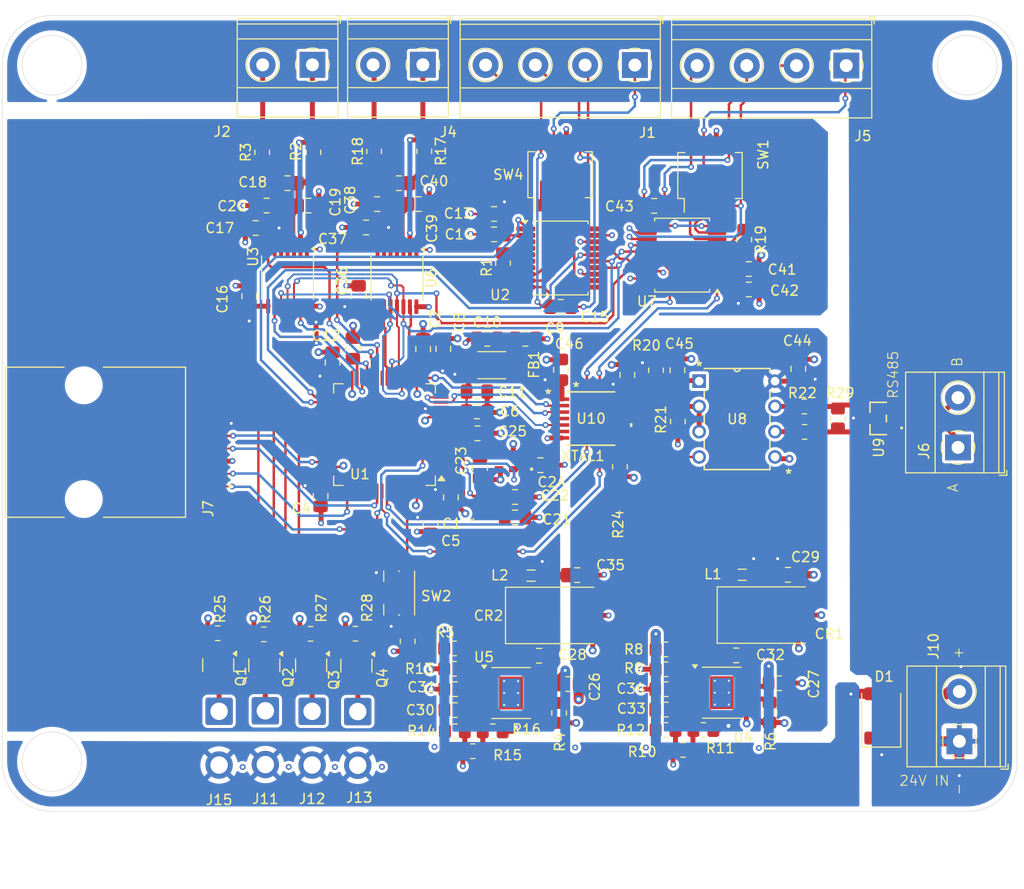
<source format=kicad_pcb>
(kicad_pcb (version 20240108) (generator "pcbnew") (generator_version "8.0")
  (layers (0 "F.Cu" signal "Signal + PWR 1") (1 "In1.Cu" power "GND1") (2 "In2.Cu" power "GND2") (31 "B.Cu" signal "Signal + PWR 2") (34 "B.Paste" user) (35 "F.Paste" user) (36 "B.SilkS" user "B.Silkscreen") (37 "F.SilkS" user "F.Silkscreen") (38 "B.Mask" user) (39 "F.Mask" user) (44 "Edge.Cuts" user))
  (net 0 "")
  (net 1 "+3.3V")
  (net 2 "GND")
  (net 3 "Net-(C10-Pad1)")
  (net 4 "Net-(U1-VCAP1)")
  (net 5 "Net-(U3-T-)")
  (net 6 "Net-(U3-T+)")
  (net 7 "LSE_IN")
  (net 8 "LSE_OUT")
  (net 9 "HSE_OUT")
  (net 10 "HSE_IN")
  (net 11 "NRST")
  (net 12 "+24V")
  (net 13 "Net-(U5-BST)")
  (net 14 "+5V")
  (net 15 "Net-(U5-COMP)")
  (net 16 "Net-(C30-Pad2)")
  (net 17 "Net-(U4-BST)")
  (net 18 "Net-(U4-COMP)")
  (net 19 "Net-(C33-Pad2)")
  (net 20 "Net-(U6-T+)")
  (net 21 "Net-(U6-T-)")
  (net 22 "RTD1_FORCE-")
  (net 23 "RTD1_RTDIN+")
  (net 24 "RTD1_FORCE+")
  (net 25 "RTD1_RTDIN-")
  (net 26 "RTD2_FORCE-")
  (net 27 "RTD2_RTDIN-")
  (net 28 "RTD2_RTDIN+")
  (net 29 "RTD2_FORCE+")
  (net 30 "TC1_CS")
  (net 33 "TC2_FAULT")
  (net 36 "TC2_DRDY")
  (net 38 "TC1_FAULT")
  (net 39 "TC2_CS")
  (net 42 "TC1_DRDY")
  (net 43 "Net-(U2-ISENSOR)")
  (net 44 "Net-(U2-BIAS)")
  (net 45 "T1-")
  (net 46 "T1+")
  (net 47 "Net-(U5-FREQ)")
  (net 48 "Net-(U5-EN)")
  (net 49 "Net-(U4-FREQ)")
  (net 50 "BOOT")
  (net 51 "Net-(U4-EN)")
  (net 52 "Net-(U4-FB)")
  (net 53 "Net-(U5-FB)")
  (net 54 "T2-")
  (net 55 "T2+")
  (net 56 "Net-(U7-ISENSOR)")
  (net 57 "Net-(U7-BIAS)")
  (net 58 "Net-(U10-B2)")
  (net 59 "Net-(U8-B)")
  (net 60 "Net-(J6-Pin_1)")
  (net 61 "Net-(U8-A)")
  (net 62 "Net-(J6-Pin_2)")
  (net 63 "Net-(U10-OE)")
  (net 65 "RTD1_CS")
  (net 66 "Net-(J12-Pin_1)")
  (net 67 "SPI1_CLK")
  (net 68 "RS485_DIR")
  (net 69 "SWO")
  (net 70 "RTD1_DRDY")
  (net 71 "Net-(J13-Pin_1)")
  (net 72 "SWCLK")
  (net 74 "SPI1_MISO")
  (net 75 "RS485_RX")
  (net 78 "SWDIO")
  (net 79 "SPI1_MOSI")
  (net 80 "RTD2_DRDY")
  (net 81 "RTD2_CS")
  (net 86 "Net-(U5-SW)")
  (net 87 "Net-(U4-SW)")
  (net 88 "SSR1")
  (net 89 "SSR2")
  (net 90 "SSR3")
  (net 91 "SSR4")
  (net 94 "Net-(U10-B4)")
  (net 95 "Net-(J15-Pin_1)")
  (net 96 "Net-(J11-Pin_1)")
  (net 97 "Net-(U2-FORCE2)")
  (net 98 "Net-(U7-FORCE2)")
  (net 99 "Net-(U10-B1)")
  (net 104 "RS485_TX")
  (net 105 "unconnected-(U1-PA12-Pad45)")
  (footprint "Resistor_SMD:R_0805_2012Metric_Pad1.20x1.40mm_HandSolder" (layer "F.Cu") (at 113.975 110.1 -90)
    (property "Reference" "R4")
    (property "Value" "100kΩ")
  )
  (footprint "Capacitor_SMD:C_0805_2012Metric_Pad1.18x1.45mm_HandSolder" (layer "F.Cu") (at 93.83 68.2075 90)
    (property "Reference" "C36")
    (property "Value" "100nF")
  )
  (footprint "Capacitor_SMD:C_0805_2012Metric_Pad1.18x1.45mm_HandSolder" (layer "F.Cu") (at 106.75 72.5 180)
    (property "Reference" "C10")
    (property "Value" "1µF")
  )
  (footprint "Package_SO:SOIC-8-1EP_3.9x4.9mm_P1.27mm_EP2.41x3.3mm_ThermalVias" (layer "F.Cu") (at 109.15 108.1)
    (property "Reference" "U5")
    (property "Value" "MP1584EN-LF-Z")
  )
  (footprint "Package_TO_SOT_SMD:SOT-23" (layer "F.Cu") (at 89.05 105.3125 -90)
    (property "Reference" "Q3")
    (property "Value" "BS170F")
  )
  (footprint "Capacitor_SMD:C_0805_2012Metric_Pad1.18x1.45mm_HandSolder" (layer "F.Cu") (at 97.88 56.8575 180)
    (property "Reference" "C40")
    (property "Value" "100nF")
  )
  (footprint "Capacitor_SMD:C_0805_2012Metric_Pad1.18x1.45mm_HandSolder" (layer "F.Cu") (at 114.9 107.2)
    (property "Reference" "C26")
    (property "Value" "10µF 50V")
  )
  (footprint "Capacitor_SMD:C_0805_2012Metric_Pad1.18x1.45mm_HandSolder" (layer "F.Cu") (at 103.1 88.4375 -90)
    (property "Reference" "C1")
    (property "Value" "100nF")
  )
  (footprint "Connector_Wire:SolderWire-1sqmm_1x02_P5.4mm_D1.4mm_OD2.7mm" (layer "F.Cu") (at 93.7375 109.9625 -90)
    (property "Reference" "J13")
    (property "Value" "Conn_01x02_Socket")
  )
  (footprint "Resistor_SMD:R_0805_2012Metric_Pad1.20x1.40mm_HandSolder" (layer "F.Cu") (at 103.425 103.6125 180)
    (property "Reference" "R5")
    (property "Value" "100kΩ")
  )
  (footprint "Capacitor_SMD:C_0805_2012Metric_Pad1.18x1.45mm_HandSolder" (layer "F.Cu") (at 124.675 109.765 180)
    (property "Reference" "C33")
    (property "Value" "150pF")
  )
  (footprint "Resistor_SMD:R_0805_2012Metric_Pad1.20x1.40mm_HandSolder" (layer "F.Cu") (at 89.28 53.7575 -90)
    (property "Reference" "R2")
    (property "Value" "100Ω")
  )
  (footprint "Package_QFP:LQFP-64_10x10mm_P0.5mm" (layer "F.Cu") (at 96.425 82.125 180)
    (property "Reference" "U1")
    (property "Value" "STM32F401RBTx")
  )
  (footprint "Resistor_SMD:R_0805_2012Metric_Pad1.20x1.40mm_HandSolder" (layer "F.Cu") (at 120.0875 85.3625 -90)
    (property "Reference" "R24")
    (property "Value" "10kΩ")
  )
  (footprint "Resistor_SMD:R_0805_2012Metric_Pad1.20x1.40mm_HandSolder" (layer "F.Cu") (at 124.675 103.715 180)
    (property "Reference" "R8")
    (property "Value" "100kΩ")
  )
  (footprint "Capacitor_SMD:C_0805_2012Metric_Pad1.18x1.45mm_HandSolder" (layer "F.Cu") (at 120.8375 76.125 -90)
    (property "Reference" "C47" (hide yes))
    (property "Value" "0,1µF")
  )
  (footprint "Resistor_SMD:R_0805_2012Metric_Pad1.20x1.40mm_HandSolder" (layer "F.Cu") (at 141.9975 80.5025 -90)
    (property "Reference" "R29")
    (property "Value" "10Ω")
  )
  (footprint "Capacitor_SMD:C_0805_2012Metric_Pad1.18x1.45mm_HandSolder" (layer "F.Cu") (at 136.975 96.215)
    (property "Reference" "C29")
    (property "Value" "22µF 6,3V")
  )
  (footprint "Package_TO_SOT_SMD:SOT-23" (layer "F.Cu") (at 93.6 105.35 -90)
    (property "Reference" "Q4")
    (property "Value" "BS170F")
  )
  (footprint "Resistor_SMD:R_0805_2012Metric_Pad1.20x1.40mm_HandSolder" (layer "F.Cu") (at 135.125 110.065 -90)
    (property "Reference" "R6")
    (property "Value" "100kΩ")
  )
  (footprint "Capacitor_SMD:C_0805_2012Metric_Pad1.18x1.45mm_HandSolder" (layer "F.Cu") (at 103.475 107.7125 180)
    (property "Reference" "C31")
    (property "Value" "150pF")
  )
  (footprint "Capacitor_SMD:C_0805_2012Metric_Pad1.18x1.45mm_HandSolder" (layer "F.Cu") (at 91.21 74.8875 90)
    (property "Reference" "C3" (hide yes))
    (property "Value" "100nF")
  )
  (footprint "Capacitor_SMD:C_0805_2012Metric_Pad1.18x1.45mm_HandSolder" (layer "F.Cu") (at 107.4375 62 180)
    (property "Reference" "C14")
    (property "Value" "100nF")
  )
  (footprint "Resistor_SMD:R_0805_2012Metric_Pad1.20x1.40mm_HandSolder" (layer "F.Cu") (at 107.3 111.95 180)
    (property "Reference" "R16")
    (property "Value" "127kΩ")
  )
  (footprint "TerminalBlock_Phoenix:TerminalBlock_Phoenix_MKDS-1,5-2_1x02_P5.00mm_Horizontal" (layer "F.Cu") (at 100.28 44.9525 180)
    (property "Reference" "J4")
    (property "Value" "T2 IN")
  )
  (footprint "Capacitor_SMD:C_0805_2012Metric_Pad1.18x1.45mm_HandSolder" (layer "F.Cu") (at 107.4375 59.95 180)
    (property "Reference" "C13")
    (property "Value" "100nF")
  )
  (footprint "Capacitor_SMD:C_0805_2012Metric_Pad1.18x1.45mm_HandSolder" (layer "F.Cu") (at 112.1 85.2)
    (property "Reference" "C24")
    (property "Value" "18pF")
  )
  (footprint "Capacitor_SMD:C_0805_2012Metric_Pad1.18x1.45mm_HandSolder" (layer "F.Cu") (at 110.5875 72.5)
    (property "Reference" "C9")
    (property "Value" "100nF")
  )
  (footprint "Resistor_SMD:R_0805_2012Metric_Pad1.20x1.40mm_HandSolder" (layer "F.Cu") (at 100.43 53.6575 -90)
    (property "Reference" "R17")
    (property "Value" "100Ω")
  )
  (footprint "Inductor_SMD:L_0805_2012Metric_Pad1.05x1.20mm_HandSolder" (layer "F.Cu") (at 132.375 96.215)
    (property "Reference" "L1")
    (property "Value" "4,7µH")
  )
  (footprint "Capacitor_SMD:C_0805_2012Metric_Pad1.18x1.45mm_HandSolder" (layer "F.Cu") (at 82.83 68.2075 90)
    (property "Reference" "C16")
    (property "Value" "100nF")
  )
  (footprint "Capacitor_SMD:C_0805_2012Metric_Pad1.18x1.45mm_HandSolder" (layer "F.Cu") (at 93.245 73.46 90)
    (property "Reference" "C12")
    (property "Value" "4,7µF")
  )
  (footprint "Capacitor_SMD:C_0805_2012Metric_Pad1.18x1.45mm_HandSolder" (layer "F.Cu") (at 83.48 61.3575 180)
    (property "Reference" "C17")
    (property "Value" "100nF")
  )
  (footprint "Capacitor_SMD:C_0805_2012Metric_Pad1.18x1.45mm_HandSolder" (layer "F.Cu") (at 133.04 65.485)
    (property "Reference" "C41")
    (property "Value" "100nF")
  )
  (footprint "Package_SO:SSOP-20_5.3x7.2mm_P0.65mm" (layer "F.Cu") (at 126.34 64.085 180)
    (property "Reference" "U7")
    (property "Value" "MAX31865xAP")
  )
  (footprint "TXB0104PWR:PW14" (layer "F.Cu") (at 117.1875 80.5125)
    (property "Reference" "U10")
    (property "Value" "TXB0104PWR")
  )
  (footprint "Capacitor_SMD:C_0805_2012Metric_Pad1.18x1.45mm_HandSolder" (layer "F.Cu") (at 86.68 56.8575 180)
    (property "Reference" "C18")
    (property "Value" "100nF")
  )
  (footprint "Button_Switch_SMD:SW_Push_1P1T-SH_NO_CK_KMR2xxG" (layer "F.Cu") (at 97.9 98.05 90)
    (property "Reference" "SW2")
    (property "Value" "SW_Push")
  )
  (footprint "Resistor_SMD:R_0805_2012Metric_Pad1.20x1.40mm_HandSolder" (layer "F.Cu") (at 84.3 102.2 180)
    (property "Reference" "R26")
    (property "Value" "10kΩ")
  )
  (footprint "Resistor_SMD:R_0805_2012Metric_Pad1.20x1.40mm_HandSolder" (layer "F.Cu") (at 138.6475 81.8525 180)
    (property "Reference" "R23" (hide yes))
    (property "Value" "10Ω")
  )
  (footprint "Capacitor_SMD:C_0805_2012Metric_Pad1.18x1.45mm_HandSolder" (layer "F.Cu") (at 100.31125 73.525 90)
    (property "Reference" "C2")
    (property "Value" "100nF")
  )
  (footprint "TerminalBlock_Phoenix:TerminalBlock_Phoenix_MKDS-1,5-2_1x02_P5.00mm_Horizontal" (layer "F.Cu") (at 89.18 44.9575 180)
    (property "Reference" "J2")
    (property "Value" "T1 IN")
  )
  (footprint "Resistor_SMD:R_0805_2012Metric_Pad1.20x1.40mm_HandSolder" (layer "F.Cu") (at 132.59 62.535 -90)
    (property "Reference" "R19")
    (property "Value" "400Ω")
  )
  (footprint "Resistor_SMD:R_0805_2012Metric_Pad1.20x1.40mm_HandSolder" (layer "F.Cu") (at 103.5 111.95)
    (property "Reference" "R14")
    (property "Value" "40,2kΩ")
  )
  (footprint "Resistor_SMD:R_0805_2012Metric_Pad1.20x1.40mm_HandSolder" (layer "F.Cu") (at 89 102.15 180)
    (property "Reference" "R27")
    (property "Value" "10kΩ")
  )
  (footprint "Capacitor_SMD:C_0805_2012Metric_Pad1.18x1.45mm_HandSolder" (layer "F.Cu") (at 114.1625 75.6125 -90)
    (property "Reference" "C46")
    (property "Value" "0,1µF")
  )
  (footprint "Capacitor_SMD:C_0805_2012Metric_Pad1.18x1.45mm_HandSolder" (layer "F.Cu") (at 102.33625 73.5125 90)
    (property "Reference" "C8")
    (property "Value" "4,7µF")
  )
  (footprint "Resistor_SMD:R_0805_2012Metric_Pad1.20x1.40mm_HandSolder" (layer "F.Cu") (at 125.9125 80.8125 90)
    (property "Reference" "R21")
    (property "Value" "10kΩ")
  )
  (footprint "Capacitor_SMD:C_0805_2012Metric_Pad1.18x1.45mm_HandSolder" (layer "F.Cu") (at 106.025 85.4625 -90)
    (property "Reference" "C23")
    (property "Value" "18pF")
  )
  (footprint "Connector_Wire:SolderWire-1sqmm_1x02_P5.4mm_D1.4mm_OD2.7mm" (layer "F.Cu") (at 79.8 109.9375 -90)
    (property "Reference" "J15")
    (property "Value" "Conn_01x02_Socket")
  )
  (footprint "Resistor_SMD:R_0805_2012Metric_Pad1.20x1.40mm_HandSolder" (layer "F.Cu") (at 95.38 53.6575 90)
    (property "Reference" "R18")
    (property "Value" "100Ω")
  )
  (footprint "NX2016SA-32M-EXS00A-CS06465:NX2016SA_NDK" (layer "F.Cu") (at 108.6535 84.925 180)
    (property "Reference" "XTAL1")
    (property "Value" "NX2016SA-32M-EXS00A-CS06465")
  )
  (footprint "Diode_SMD:D_3220_8050Metric_Pad2.65x5.15mm_HandSolder" (layer "F.Cu") (at 134.725 100.265)
    (property "Reference" "CR1")
    (property "Value" "CMSH3-40MA")
  )
  (footprint "Resistor_SMD:R_0805_2012Metric_Pad1.20x1.40mm_HandSolder" (layer "F.Cu") (at 105.3 113.95)
    (property "Reference" "R15")
    (property "Value" "40,2kΩ")
  )
  (footprint "Connector_Wire:SolderWire-1sqmm_1x02_P5.4mm_D1.4mm_OD2.7mm" (layer "F.Cu") (at 84.45 109.8875 -90)
    (property "Reference" "J11")
    (property "Value" "Conn_01x02_Socket")
  )
  (footprint "Resistor_SMD:R_0805_2012Metric_Pad1.20x1.40mm_HandSolder" (layer "F.Cu") (at 123.7125 75.6625 90)
    (property "Reference" "R20")
    (property "Value" "10kΩ")
  )
  (footprint "Capacitor_SMD:C_0805_2012Metric_Pad1.18x1.45mm_HandSolder" (layer "F.Cu") (at 99.88 58.9575 180)
    (property "Reference" "C39")
    (property "Value" "10nF")
  )
  (footprint "Resistor_SMD:R_0805_2012Metric_Pad1.20x1.40mm_HandSolder" (layer "F.Cu") (at 138.6225 79.3025 180)
    (property "Reference" "R22")
    (property "Value" "10Ω")
  )
  (footprint "Capacitor_SMD:C_0805_2012Metric_Pad1.18x1.45mm_HandSolder" (layer "F.Cu") (at 109.55 88.4)
    (property "Reference" "C22")
    (property "Value" "18pF")
  )
  (footprint "Resistor_SMD:R_0805_2012Metric_Pad1.20x1.40mm_HandSolder" (layer "F.Cu") (at 84.13 53.7575 90)
    (property "Reference" "R3")
    (property "Value" "100Ω")
  )
  (footprint "Capacitor_SMD:C_0805_2012Metric_Pad1.18x1.45mm_HandSolder" (layer "F.Cu") (at 103.4875 109.8125 180)
    (property "Reference" "C30")
    (property "Value" "150pF")
  )
  (footprint "Resistor_SMD:R_0805_2012Metric_Pad1.20x1.40mm_HandSolder" (layer "F.Cu") (at 124.675 111.815)
    (property "Reference" "R12")
    (property "Value" "40,2kΩ")
  )
  (footprint "Resistor_SMD:R_0805_2012Metric_Pad1.20x1.40mm_HandSolder" (layer "F.Cu") (at 108.3375 64.9 90)
    (property "Reference" "R1")
    (property "Value" "400Ω")
  )
  (footprint "Capacitor_SMD:C_0805_2012Metric_Pad1.18x1.45mm_HandSolder" (layer "F.Cu") (at 115.7875 96.25)
    (property "Reference" "C35")
    (property "Value" "22µF 6,3V")
  )
  (footprint "TerminalBlock_Phoenix:TerminalBlock_Phoenix_MKDS-1,5-2_1x02_P5.00mm_Horizontal" (layer "F.Cu") (at 154.205 112.95 90)
    (property "Reference" "J10")
    (property "Value" "24V IN")
  )
  (footprint "Capacitor_SMD:C_0805_2012Metric_Pad1.18x1.45mm_HandSolder" (layer "F.Cu") (at 138.0125 75.5125 90)
    (property "Reference" "C44")
    (property "Value" "100nF")
  )
  (footprint "Package_SO:SOIC-8-1EP_3.9x4.9mm_P1.27mm_EP2.41x3.3mm_ThermalVias" (layer "F.Cu") (at 130.325 108.065)
    (property "Reference" "U4")
    (property "Value" "MP1584EN-LF-Z")
  )
  (footprint "Capacitor_SMD:C_0805_2012Metric_Pad1.18x1.45mm_HandSolder" (layer "F.Cu") (at 101.05 91.025 -90)
    (property "Reference" "C5")
    (property "Value" "100nF")
  )
  (footprint "RJE071880110:AMPHENOL_RJE071880110" (layer "F.Cu") (at 66.1975 82.89 -90)
    (property "Reference" "J7")
    (property "Value" "RJE071880110")
  )
  (footprint "Resistor_SMD:R_0805_2012Metric_Pad1.20x1.40mm_HandSolder" (layer "F.Cu") (at 124.675 105.715)
    (property "Reference" "R9")
    (property "Value" "25kΩ")
  )
  (footprint "Capacitor_SMD:C_0805_2012Metric_Pad1.18x1.45mm_HandSolder" (layer "F.Cu") (at 136.0625 107.115)
    (property "Reference" "C27")
    (property "Value" "10µF 50V")
  )
  (footprint "Resistor_SMD:R_0805_2012Metric_Pad1.20x1.40mm_HandSolder" (layer "F.Cu") (at 103.425 105.6625)
    (property "Reference" "R13")
    (property "Value" "25kΩ")
  )
  (footprint "Resistor_SMD:R_0805_2012Metric_Pad1.20x1.40mm_HandSolder" (layer "F.Cu") (at 128.475 111.815 180)
    (property "Reference" "R11")
    (property "Value" "210kΩ")
  )
  (footprint "Resistor_SMD:R_0805_2012Metric_Pad1.20x1.40mm_HandSolder" (layer "F.Cu") (at 126.425 113.815)
    (property "Reference" "R10")
    (property "Value" "40,2kΩ")
  )
  (footprint "Capacitor_SMD:C_0805_2012Metric_Pad1.18x1.45mm_HandSolder" (layer "F.Cu") (at 90 88.3 -90)
    (property "Reference" "C4")
    (property "Value" "100nF")
  )
  (footprint "Resistor_SMD:R_0805_2012Metric_Pad1.20x1.40mm_HandSolder" (layer "F.Cu") (at 98.75 102.9 90)
    (property "Reference" "R7" (hide yes))
    (property "Value" "5,1kΩ")
  )
  (footprint "Capacitor_SMD:C_0805_2012Metric_Pad1.18x1.45mm_HandSolder" (layer "F.Cu") (at 84.58 59.1075 180)
    (property "Reference" "C20")
    (property "Value" "10nF")
  )
  (footprint "Connector_Wire:SolderWire-1sqmm_1x02_P5.4mm_D1.4mm_OD2.7mm" (layer "F.Cu") (at 89.15 109.9375 -90)
    (property "Reference" "J12")
    (property "Value" "Conn_01x02_Socket")
  )
  (footprint "Capacitor_SMD:C_0805_2012Metric_Pad1.18x1.45mm_HandSolder" (layer "F.Cu") (at 125.8625 75.6625 90)
    (property "Reference" "C45")
    (property "Value" "100nF")
  )
  (footprint "Diode_SMD:D_1812_4532Metric_Pad1.30x3.40mm_HandSolder" (layer "F.Cu") (at 146.35 110.4 90)
    (property "Reference" "D1")
    (property "Value" "1-5SMCJ28A")
  )
  (footprint "CDSOT23-SM712:SOT_SM712" (layer "F.Cu") (at 146.045 80.5025 90)
    (property "Reference" "U9")
    (property "Value" "CDSOT23-SM712")
  )
  (footprint "Capacitor_SMD:C_0805_2012Metric_Pad1.18x1.45mm_HandSolder" (layer "F.Cu") (at 109.55 90.45)
    (property "Reference" "C21")
    (property "Value" "18pF")
  )
  (footprint "Capacitor_SMD:C_0805_2012Metric_Pad1.18x1.45mm_HandSolder" (layer "F.Cu") (at 114.14 69.285 180)
    (property "Reference" "C15")
    (property "Value" "100nF")
  )
  (footprint "Package_SO:SSOP-20_5.3x7.2mm_P0.65mm" (layer "F.Cu") (at 114.125 64.375)
    (property "Reference" "U2")
    (property "Value" "MAX31865xAP")
  )
  (footprint "TerminalBlock_Phoenix:TerminalBlock_Phoenix_MKDS-1,5-2_1x02_P5.00mm_Horizontal" (layer "F.Cu") (at 154.0675 83.4125 90)
    (property "Reference" "J6")
    (property "Value" "A/B IN")
  )
  (footprint "Capacitor_SMD:C_0805_2012Metric_Pad1.18x1.45mm_HandSolder" (layer "F.Cu") (at 124.675 107.715 180)
    (property "Reference" "C34")
    (property "Value" "150pF")
  )
  (footprint "Button_Switch_SMD:SW_DIP_SPSTx04_Slide_Omron_A6H-4101_W6.15mm_P1.27mm" (layer "F.Cu") (at 114.075 56 90)
    (property "Reference" "SW4")
    (property "Value" "SW_DIP_x04")
  )
  (footprint "Capacitor_SMD:C_0805_2012Metric_Pad1.18x1.45mm_HandSolder" (layer "F.Cu") (at 123.54 59.135)
    (property "Reference" "C43")
    (property "Value" "100nF")
  )
  (footprint "Inductor_SMD:L_0805_2012Metric_Pad1.05x1.20mm_HandSolder" (layer "F.Cu") (at 111.15 96.3)
    (property "Reference" "L2")
    (property "Value" "4,7µH")
  )
  (footprint "Package_SO:TSSOP-14_4.4x5mm_P0.65mm" (layer "F.Cu") (at 86.68 66.3575 -90)
    (property "Reference" "U3")
    (property "Value" "MAX31856")
  )
  (footprint "Package_TO_SOT_SMD:SOT-23" (layer "F.Cu") (at 79.7125 105.3 -90)
    (property "Reference" "Q1")
    (property "Value" "BS170F")
  )
  (footprint "Capacitor_SMD:C_0805_2012Metric_Pad1.18x1.45mm_HandSolder" (layer "F.Cu") (at 105.7125 77.8)
    (property "Reference" "C11")
    (property "Value" "4,7µF")
  )
  (footprint "Capacitor_SMD:C_0805_2012Metric_Pad1.18x1.45mm_HandSolder" (layer "F.Cu") (at 95.68 58.9575 180)
    (property "Reference" "C38")
    (property "Value" "10nF")
  )
  (footprint "Resistor_SMD:R_0805_2012Metric_Pad1.20x1.40mm_HandSolder" (layer "F.Cu") (at 93.5 102.1375 180)
    (property "Reference" "R28")
    (property "Value" "10kΩ")
  )
  (footprint "Diode_SMD:D_3220_8050Metric_Pad2.65x5.15mm_HandSolder" (layer "F.Cu") (at 113.45 100.3)
    (property "Reference" "CR2")
    (property "Value" "CMSH3-40MA")
  )
  (footprint "Button_Switch_SMD:SW_DIP_SPSTx04_Slide_Omron_A6H-4101_W6.15mm_P1.27mm" (layer "F.Cu") (at 129.14 56.085 90)
    (property "Reference" "SW1")
    (property "Value" "SW_DIP_x04")
  )
  (footprint "Capacitor_SMD:C_0805_2012Metric_Pad1.18x1.45mm_HandSolder" (layer "F.Cu") (at 111.9625 104.35)
    (property "Reference" "C28")
    (property "Value" "100nF")
  )
  (footprint "Capacitor_SMD:C_0805_2012Metric_Pad1.18x1.45mm_HandSolder" (layer "F.Cu") (at 105.775 82 180)
    (property "Reference" "C25")
    (property "Value" "100nF")
  )
  (footprint "TerminalBlock_Phoenix:TerminalBlock_Phoenix_MKDS-1,5-4_1x04_P5.00mm_Horizontal" (layer "F.Cu") (at 142.84 45.035 180)
    (property "Reference" "J5")
    (property "Value" "RTD2 IN")
  )
  (footprint "Capacitor_SMD:C_0805_2012Metric_Pad1.18x1.45mm_HandSolder" (layer "F.Cu") (at 88.78 59.1075 180)
    (property "Reference" "C19")
    (property "Value" "10nF")
  )
  (footprint "SN65HVD485EP:P8" (layer "F.Cu") (at 135.6725 84.3725)
    (property "Reference" "U8")
    (property "Value" "SN65HVD485EP")
  )
  (footprint "Capacitor_SMD:C_0805_2012Metric_Pad1.18x1.45mm_HandSolder" (layer "F.Cu") (at 131.775 104.315)
    (property "Reference" "C32")
    (property "Value" "100nF")
  )
  (footprint "Package_TO_SOT_SMD:SOT-23" (layer "F.Cu") (at 84.35 105.3125 -90)
    (property "Reference" "Q2")
    (property "Value" "BS170F")
  )
  (footprint "TerminalBlock_Phoenix:TerminalBlock_Phoenix_MKDS-1,5-4_1x04_P5.00mm_Horizontal" (layer "F.Cu") (at 121.59 44.98 180)
    (property "Reference" "J1")
    (property "Value" "RTD1 IN")
  )
  (footprint "Capacitor_SMD:C_0805_2012Metric_Pad1.18x1.45mm_HandSolder" (layer "F.Cu") (at 94.58 61.3075 180)
    (property "Reference" "C37")
    (property "Value" "100nF")
  )
  (footprint "Capacitor_SMD:C_0805_2012Metric_Pad1.18x1.45mm_HandSolder" (layer "F.Cu") (at 105.7125 79.8)
    (property "Reference" "C6")
    (property "Value" "100nF")
  )
  (footprint "Resistor_SMD:R_0805_2012Metric_Pad1.20x1.40mm_HandSolder" (layer "F.Cu") (at 79.6625 102.0875 180)
    (property "Reference" "R25")
    (property "Value" "10kΩ")
  )
  (footprint "Capacitor_SMD:C_0805_2012Metric_Pad1.18x1.45mm_HandSolder" (layer "F.Cu") (at 133.04 67.535)
    (property "Reference" "C42")
    (property "Value" "100nF")
  )
  (footprint "NX2012SA-32.768K-STD-MUB-1:XTAL_NX2012SA-32.768K-STD-MUB-1" (layer "F.Cu") (at 106.525 89.05 -90)
    (property "Reference" "Y1")
    (property "Value" "NX2012SA-32.768K-STD-MUB-1")
  )
  (footprint "Package_SO:TSSOP-14_4.4x5mm_P0.65mm" (layer "F.Cu") (at 97.68 66.4075 -90)
    (property "Reference" "U6")
    (property "Value" "MAX31856")
  )
  (footprint "Fuse:Fuse_2010_5025Metric_Pad1.52x2.65mm_HandSolder" (layer "F.Cu") (at 107.2 75.15 180)
    (property "Reference" "FB1")
    (property "Value" "120")
  )
  (gr_line (start 63 40) (end 155 40) (stroke (width 0.05)) (layer "Edge.Cuts"))
  (gr_arc (start 160 115) (mid 158.535534 118.535534) (end 155 120) (stroke (width 0.05)) (layer "Edge.Cuts"))
  (gr_line (start 58 45) (end 58 115) (stroke (width 0.05)) (layer "Edge.Cuts"))
  (gr_circle (center 63 115) (end 66 115) (stroke (width 0.05)) (fill none) (layer "Edge.Cuts"))
  (gr_arc (start 155 40) (mid 158.535534 41.464466) (end 160 45) (stroke (width 0.05)) (layer "Edge.Cuts"))
  (gr_circle (center 155 45) (end 158 45) (stroke (width 0.05)) (fill none) (layer "Edge.Cuts"))
  (gr_circle (center 63 45) (end 66 45) (stroke (width 0.05)) (fill none) (layer "Edge.Cuts"))
  (gr_arc (start 58 45) (mid 59.464466 41.464466) (end 63 40) (stroke (width 0.05)) (layer "Edge.Cuts"))
  (gr_line (start 63 120) (end 155 120) (stroke (width 0.05)) (layer "Edge.Cuts"))
  (gr_arc (start 63 120) (mid 59.464466 118.535534) (end 58 115) (stroke (width 0.05)) (layer "Edge.Cuts"))
  (gr_line (start 160 45) (end 160 115) (stroke (width 0.05)) (layer "Edge.Cuts"))
  (gr_text "+" (at 154.85 103.55 180) (layer "F.SilkS") (effects (font (size 1 1) (thickness 0.1)) (justify left bottom)))
  (gr_text "-" (at 154.7 118.45 90) (layer "F.SilkS") (effects (font (size 1 1) (thickness 0.1)) (justify left bottom)))
  (gr_text "B" (at 154.57 75.39 90) (layer "F.SilkS") (effects (font (size 1 1) (thickness 0.1)) (justify left bottom)))
  (gr_text "A" (at 154.16 87.97 90) (layer "F.SilkS") (effects (font (size 1 1) (thickness 0.1)) (justify left bottom)))
  (gr_text "RS485" (at 148.13 78.58 90) (layer "F.SilkS") (effects (font (size 1 1) (thickness 0.1)) (justify left bottom)))
  (gr_text "24V IN" (at 148.1 117.5 0) (layer "F.SilkS") (effects (font (size 1 1) (thickness 0.1)) (justify left bottom)))
  (segment (start 101.55 87.65) (end 101.55 86.425) (width 0.25) (layer "F.Cu") (net 1))
  (segment (start 100.175 88.525) (end 100.175 87.8) (width 0.25) (layer "F.Cu") (net 1))
  (segment (start 129.84 66.36) (end 130.49 65.71) (width 0.25) (layer "F.Cu") (net 1))
  (segment (start 100.2275 74.5625) (end 100.31125 74.5625) (width 0.25) (layer "F.Cu") (net 1))
  (segment (start 103.5 76.06) (end 104.41 75.15) (width 0.5) (layer "F.Cu") (net 1))
  (segment (start 102.33625 74.55) (end 102.33625 75.64375) (width 0.5) (layer "F.Cu") (net 1))
  (segment (start 130.49 65.71) (end 131.04 65.71) (width 0.25) (layer "F.Cu") (net 1))
  (segment (start 89.55 72.895) (end 89.58 72.925) (width 0.5) (layer "F.Cu") (net 1))
  (segment (start 102.33625 75.64375) (end 102.26 75.72) (width 0.5) (layer "F.Cu") (net 1))
  (segment (start 112.3 94.9) (end 112.28 94.88) (width 0.75) (layer "F.Cu") (net 1))
  (segment (start 92.43 69.26) (end 93.815 69.26) (width 0.5) (layer "F.Cu") (net 1))
  (segment (start 97.1 96) (end 95.6 96) (width 0.5) (layer "F.Cu") (net 1))
  (segment (start 114.7 96.3) (end 114.75 96.25) (width 0.75) (layer "F.Cu") (net 1))
  (segment (start 78.8975 80.985) (end 81.005 80.985) (width 0.5) (layer "F.Cu") (net 1))
  (segment (start 104.675 79.8) (end 104.675 77.8) (width 0.25) (layer "F.Cu") (net 1))
  (segment (start 101.55 86.425) (end 102.1 85.875) (width 0.25) (layer "F.Cu") (net 1))
  (segment (start 102.85 87.65) (end 103.1 87.4) (width 0.5) (layer "F.Cu") (net 1))
  (segment (start 84.5175 61.3575) (end 85.83 61.3575) (width 0.25) (layer "F.Cu") (net 1))
  (segment (start 95.73 69.27) (end 93.855 69.27) (width 0.5) (layer "F.Cu") (net 1))
  (segment (start 108.3 111.95) (end 109.23 111.95) (width 0.5) (layer "F.Cu") (net 1))
  (segment (start 99.175 76.45) (end 99.175 75.607236) (width 0.25) (layer "F.Cu") (net 1))
  (segment (start 102.75 87.75) (end 103.1 87.4) (width 0.5) (layer "F.Cu") (net 1))
  (segment (start 102.1 79.875) (end 104.6 79.875) (width 0.25) (layer "F.Cu") (net 1))
  (segment (start 91.21 75.925) (end 91.545 76.26) (width 0.5) (layer "F.Cu") (net 1))
  (segment (start 86.03 63.495) (end 86.03 61.5575) (width 0.25) (layer "F.Cu") (net 1))
  (segment (start 102.1 79.875) (end 100.895 79.875) (width 0.25) (layer "F.Cu") (net 1))
  (segment (start 101.05 89.4) (end 100.175 88.525) (width 0.25) (layer "F.Cu") (net 1))
  (segment (start 81.005 80.985) (end 81.02 81) (width 0.5) (layer "F.Cu") (net 1))
  (segment (start 101.05 89.9875) (end 101.05 89.4) (width 0.25) (layer "F.Cu") (net 1))
  (segment (start 82.855 69.22) (end 82.83 69.245) (width 0.5) (layer "F.Cu") (net 1))
  (segment (start 129.84 65.71) (end 131.04 65.71) (width 0.25) (layer "F.Cu") (net 1))
  (segment (start 96.83 61.3075) (end 95.6175 61.3075) (width 0.25) (layer "F.Cu") (net 1))
  (segment (start 90.75 85.875) (end 90.75 86.5125) (width 0.25) (layer "F.Cu") (net 1))
  (segment (start 90.75 86.5125) (end 90 87.2625) (width 0.25) (layer "F.Cu") (net 1))
  (segment (start 104.6 79.875) (end 104.675 79.8) (width 0.25) (layer "F.Cu") (net 1))
  (segment (start 108.48 59.945) (end 108.475 59.95) (width 0.25) (layer "F.Cu") (net 1))
  (segment (start 99.175 75.607236) (end 99.432236 75.35) (width 0.25) (layer "F.Cu") (net 1))
  (segment (start 131.7775 65.71) (end 132.0025 65.485) (width 0.25) (layer "F.Cu") (net 1))
  (segment (start 132.0025 67.535) (end 132.0025 65.485) (width 0.5) (layer "F.Cu") (net 1))
  (segment (start 132.0025 67.535) (end 132.0025 68.9225) (width 0.5) (layer "F.Cu") (net 1))
  (segment (start 82.83 69.245) (end 82.83 70.71) (width 0.5) (layer "F.Cu") (net 1))
  (segment (start 104.675 79.8) (end 104.6 79.8) (width 0.25) (layer "F.Cu") (net 1))
  (segment (start 104.675 75.3375) (end 104.8625 75.15) (width 0.5) (layer "F.Cu") (net 1))
  (segment (start 99.75 90.44) (end 100.2025 89.9875) (width 0.5) (layer "F.Cu") (net 1))
  (segment (start 104.8625 77.6125) (end 104.675 77.8) (width 0.5) (layer "F.Cu") (net 1))
  (segment (start 132.0025 68.9225) (end 131.99 68.935) (width 0.5) (layer "F.Cu") (net 1))
  (segment (start 101.4 87.8) (end 100.175 87.8) (width 0.25) (layer "F.Cu") (net 1))
  (segment (start 99.44 75.35) (end 100.2275 74.5625) (width 0.25) (layer "F.Cu") (net 1))
  (segment (start 101.55 87.65) (end 102.85 87.65) (width 0.5) (layer "F.Cu") (net 1))
  (segment (start 100.2025 89.9875) (end 101.05 89.9875) (width 0.5) (layer "F.Cu") (net 1))
  (segment (start 100.895 79.875) (end 100.54 79.52) (width 0.25) (layer "F.Cu") (net 1))
  (segment (start 93.855 69.27) (end 93.83 69.245) (width 0.5) (layer "F.Cu") (net 1))
  (segment (start 89.94 76.24) (end 90.895 76.24) (width 0.5) (layer "F.Cu") (net 1))
  (segment (start 102.33625 74.55) (end 100.32375 74.55) (width 0.5) (layer "F.Cu") (net 1))
  (segment (start 89.55 70.82) (end 89.55 72.895) (width 0.5) (layer "F.Cu") (net 1))
  (segment (start 112.3 96.3) (end 112.3 94.9) (width 0.75) (layer "F.Cu") (net 1))
  (segment (start 110.625 62.75) (end 110.625 62.1) (width 0.25) (layer "F.Cu") (net 1))
  (segment (start 131.04 65.71) (end 131.7775 65.71) (width 0.25) (layer "F.Cu") (net 1))
  (segment (start 99.432236 75.35) (end 99.44 75.35) (width 0.25) (layer "F.Cu") (net 1))
  (segment (start 86.03 61.5575) (end 85.83 61.3575) (width 0.25) (layer "F.Cu") (net 1))
  (segment (start 88.4625 87.2625) (end 88.45 87.25) (width 0.5) (layer "F.Cu") (net 1))
  (segment (start 109.23 111.95) (end 109.69 111.49) (width 0.5) (layer "F.Cu") (net 1))
  (segment (start 108.575 62.1) (end 108.475 62) (width 0.25) (layer "F.Cu") (net 1))
  (segment (start 91.545 76.26) (end 92.385 76.26) (width 0.5) (layer "F.Cu") (net 1))
  (segment (start 108.48 58.73) (end 108.48 59.945) (width 0.25) (layer "F.Cu") (net 1))
  (segment (start 114.1625 76.65) (end 112.6 76.65) (width 0.5) (layer "F.Cu") (net 1))
  (segment (start 90 87.2625) (end 88.4625 87.2625) (width 0.5) (layer "F.Cu") (net 1))
  (segment (start 110.625 62.1) (end 108.575 62.1) (width 0.25) (layer "F.Cu") (net 1))
  (segment (start 84.73 69.22) (end 82.855 69.22) (width 0.5) (layer "F.Cu") (net 1))
  (segment (start 93.815 69.26) (end 93.83 69.245) (width 0.5) (layer "F.Cu") (net 1))
  (segment (start 113.55 96.3) (end 114.7 96.3) (width 0.75) (layer "F.Cu") (net 1))
  (segment (start 104.8625 75.15) (end 104.8625 77.6125) (width 0.5) (layer "F.Cu") (net 1))
  (segment (start 97.03 61.5075) (end 96.83 61.3075) (width 0.25) (layer "F.Cu") (net 1))
  (segment (start 112.3 96.3) (end 113.55 96.3) (width 0.75) (layer "F.Cu") (net 1))
  (segment (start 92.385 76.26) (end 92.575 76.45) (width 0.5) (layer "F.Cu") (net 1))
  (segment (start 97.1 100.1) (end 97.1 101.4) (width 0.25) (layer "F.Cu") (net 1))
  (segment (start 97.03 63.545) (end 97.03 61.5075) (width 0.25) (layer "F.Cu") (net 1))
  (segment (start 90.895 76.24) (end 91.21 75.925) (width 0.5) (layer "F.Cu") (net 1))
  (segment (start 104.41 75.15) (end 104.8625 75.15) (width 0.5) (layer "F.Cu") (net 1))
  (segment (start 101.55 87.65) (end 101.4 87.8) (width 0.25) (layer "F.Cu") (net 1))
  (segment (start 114.2665 78.562499) (end 114.2665 76.754) (width 0.5) (layer "F.Cu") (net 1))
  (segment (start 108.475 62) (end 108.475 59.95) (width 0.25) (layer "F.Cu") (net 1))
  (via (at 97.1 101.4) (size 0.6) (drill 0.3) (layers "F.Cu" "B.Cu") (net 1))
  (via (at 89.55 70.82) (size 0.6) (drill 0.3) (layers "F.Cu" "B.Cu") (net 1))
  (via (at 88.45 87.25) (size 0.6) (drill 0.3) (layers "F.Cu" "B.Cu") (net 1))
  (via (at 112.5625 76.6125) (size 0.6) (drill 0.3) (layers "F.Cu" "B.Cu") (net 1))
  (via (at 81.02 81) (size 0.6) (drill 0.3) (layers "F.Cu" "B.Cu") (net 1))
  (via (at 101.55 87.65) (size 0.6) (drill 0.3) (layers "F.Cu" "B.Cu") (net 1))
  (via (at 103.5 76.06) (size 0.6) (drill 0.3) (layers "F.Cu" "B.Cu") (net 1))
  (via (at 131.99 68.935) (size 0.6) (drill 0.3) (layers "F.Cu" "B.Cu") (net 1))
  (via (at 92.43 69.26) (size 0.6) (drill 0.3) (layers "F.Cu" "B.Cu") (net 1))
  (via (at 82.83 70.71) (size 0.6) (drill 0.3) (layers "F.Cu" "B.Cu") (net 1))
  (via (at 85.83 61.3575) (size 0.6) (drill 0.3) (layers "F.Cu" "B.Cu") (net 1))
  (via (at 100.54 79.52) (size 0.6) (drill 0.3) (layers "F.Cu" "B.Cu") (net 1))
  (via (at 89.58 72.925) (size 0.6) (drill 0.3) (layers "F.Cu" "B.Cu") (net 1))
  (via (at 108.48 58.73) (size 0.6) (drill 0.3) (layers "F.Cu" "B.Cu") (net 1))
  (via (at 112.28 94.88) (size 0.6) (drill 0.3) (layers "F.Cu" "B.Cu") (net 1))
  (via (at 99.75 90.44) (size 0.6) (drill 0.3) (layers "F.Cu" "B.Cu") (net 1))
  (via (at 95.6 96) (size 0.6) (drill 0.3) (layers "F.Cu" "B.Cu") (net 1))
  (via (at 109.69 111.49) (size 0.6) (drill 0.3) (layers "F.Cu" "B.Cu") (net 1))
  (via (at 96.83 61.3075) (size 0.6) (drill 0.3) (layers "F.Cu" "B.Cu") (net 1))
  (via (at 89.94 76.24) (size 0.6) (drill 0.3) (layers "F.Cu" "B.Cu") (net 1))
  (via (at 102.26 75.72) (size 0.6) (drill 0.3) (layers "F.Cu" "B.Cu") (net 1))
  (segment (start 92.43 69.26) (end 91.11 69.26) (width 0.5) (layer "B.Cu") (net 1))
  (segment (start 91.11 69.26) (end 89.55 70.82) (width 0.5) (layer "B.Cu") (net 1))
  (segment (start 100.85 69.27) (end 100.88 69.3) (width 0.5) (layer "F.Cu") (net 2))
  (segment (start 100.8675 91.88) (end 101.05 92.0625) (width 0.5) (layer "F.Cu") (net 2))
  (segment (start 116.825 96.25) (end 118.45 96.25) (width 0.5) (layer "F.Cu") (net 2))
  (segment (start 146.35 112.625) (end 146.35 114.25) (width 1) (layer "F.Cu") (net 2))
  (segment (start 104.5 113.75) (end 104.3 113.95) (width 0.5) (layer "F.Cu") (net 2))
  (segment (start 117.625 62.1) (end 119.275 62.1) (width 0.25) (layer "F.Cu") (net 2))
  (segment (start 121.3875 86.3625) (end 120.0875 86.3625) (width 0.5) (layer "F.Cu") (net 2))
  (segment (start 125.425 113.815) (end 125.425 115.275) (width 0.5) (layer "F.Cu") (net 2))
  (segment (start 78.6625 102.0875) (end 78.6625 100.625) (width 0.5) (layer "F.Cu") (net 2))
  (segment (start 119.2625 75.1125) (end 119.2875 75.0875) (width 0.5) (layer "F.Cu") (net 2))
  (segment (start 108.072921 86.65) (end 108.072921 85.740921) (width 0.5) (layer "F.Cu") (net 2))
  (segment (start 116.13 62.75) (end 116.115 62.735) (width 0.25) (layer "F.Cu") (net 2))
  (segment (start 99.63 63.545) (end 100.9675 63.545) (width 0.25) (layer "F.Cu") (net 2))
  (segment (start 123.6375 107.715) (end 122.235 107.715) (width 0.5) (layer "F.Cu") (net 2))
  (segment (start 106.85 79.9) (end 106.75 79.8) (width 0.5) (layer "F.Cu") (net 2))
  (segment (start 132.8 111.14) (end 132.825 111.165) (width 0.5) (layer "F.Cu") (net 2))
  (segment (start 115.9375 108.7375) (end 115.9375 107.2) (width 1) (layer "F.Cu") (net 2))
  (segment (start 88.1 104.375) (end 88.1 102.25) (width 0.5) (layer "F.Cu") (net 2))
  (segment (start 106.8225 81.99) (end 106.8125 82) (width 0.5) (layer "F.Cu") (net 2))
  (segment (start 90.84 73.84) (end 90.85 73.85) (width 0.5) (layer "F.Cu") (net 2))
  (segment (start 124.31 65.71) (end 122.84 65.71) (width 0.25) (layer "F.Cu") (net 2))
  (segment (start 137.1225 84.5525) (end 135.8525 84.5525) (width 0.5) (layer "F.Cu") (net 2))
  (segment (start 101.1125 107.7125) (end 101.1 107.725) (width 0.5) (layer "F.Cu") (net 2))
  (segment (start 143.6025 80.5025) (end 143.5625 80.4625) (width 0.5) (layer "F.Cu") (net 2))
  (segment (start 116.725 100.3) (end 118.95 100.3) (width 0.5) (layer "F.Cu") (net 2))
  (segment (start 138 103.54) (end 138.075 103.615) (width 0.5) (layer "F.Cu") (net 2))
  (segment (start 105.125 62) (end 105.075 61.95) (width 0.25) (layer "F.Cu") (net 2))
  (segment (start 94.6425 58.9575) (end 93.33 58.9575) (width 0.5) (layer "F.Cu") (net 2))
  (segment (start 100.9675 63.545) (end 100.98 63.5575) (width 0.25) (layer "F.Cu") (net 2))
  (segment (start 108.11 81.99) (end 106.8225 81.99) (width 0.5) (layer "F.Cu") (net 2))
  (segment (start 114.71 51.43) (end 114.69 51.41) (width 0.5) (layer "F.Cu") (net 2))
  (segment (start 138 100.265) (end 138 103.54) (width 0.5) (layer "F.Cu") (net 2))
  (segment (start 92.175 85.375) (end 90.75 85.375) (width 0.25) (layer "F.Cu") (net 2))
  (segment (start 146.35 114.25) (end 146.4 114.3) (width 1) (layer "F.Cu") (net 2))
  (segment (start 112.837501 82.462499) (end 114.2665 82.462499) (width 0.5) (layer "F.Cu") (net 2))
  (segment (start 134.0775 68.9575) (end 134.1 68.98) (width 0.5) (layer "F.Cu") (net 2))
  (segment (start 117.35 103.125) (end 117.35 103.825) (width 0.5) (layer "F.Cu") (net 2))
  (segment (start 123.675 105.715) (end 122.215 105.715) (width 0.5) (layer "F.Cu") (net 2))
  (segment (start 88.1 102.25) (end 88 102.15) (width 0.5) (layer "F.Cu") (net 2))
  (segment (start 112.8 72.5) (end 111.625 72.5) (width 0.5) (layer "F.Cu") (net 2))
  (segment (start 83.4 104.375) (end 83.4 102.3) (width 0.5) (layer "F.Cu") (net 2))
  (segment (start 129.775 53.01) (end 129.775 51.6) (width 0.5) (layer "F.Cu") (net 2))
  (segment (start 102.4375 107.7125) (end 101.1125 107.7125) (width 0.5) (layer "F.Cu") (net 2))
  (segment (start 82.4425 61.3575) (end 82.4425 62.795) (width 0.5) (layer "F.Cu") (net 2))
  (segment (start 87.9 100.6375) (end 87.9 102.05) (width 0.5) (layer "F.Cu") (net 2))
  (segment (start 99.68 91.88) (end 100.8675 91.88) (width 0.5) (layer "F.Cu") (net 2))
  (segment (start 121.265 62.46) (end 121.04 62.235) (width 0.25) (layer "F.Cu") (net 2))
  (segment (start 89.8175 59.1075) (end 89.8175 57.67) (width 0.5) (layer "F.Cu") (net 2))
  (segment (start 125.425 115.275) (end 125.45 115.3) (width 0.5) (layer "F.Cu") (net 2))
  (segment (start 125.9125 81.8125) (end 125.9125 83.1125) (width 0.5) (layer "F.Cu") (net 2))
  (segment (start 138.4 107.1) (end 137.115 107.1) (width 0.5) (layer "F.Cu") (net 2))
  (segment (start 81.46 67.17) (end 81.45 67.16) (width 0.5) (layer "F.Cu") (net 2))
  (segment (start 92.3 85.25) (end 92.175 85.375) (width 0.25) (layer "F.Cu") (net 2))
  (segment (start 129.775 51.6) (end 129.79 51.585) (width 0.5) (layer "F.Cu") (net 2))
  (segment (start 125.973959 74.513541) (end 125.8625 74.625) (width 0.5) (layer "F.Cu") (net 2))
  (segment (start 92.65 104.4125) (end 92.65 102.2875) (width 0.5) (layer "F.Cu") (net 2))
  (segment (start 88.63 63.495) (end 89.9175 63.495) (width 0.25) (layer "F.Cu") (net 2))
  (segment (start 92.6 67.17) (end 92.58 67.15) (width 0.5) (layer "F.Cu") (net 2))
  (segment (start 99.725 78.05) (end 99.675 78) (width 0.25) (layer "F.Cu") (net 2))
  (segment (start 154.205 112.95) (end 146.675 112.95) (width 1) (layer "F.Cu") (net 2))
  (segment (start 116.38 66) (end 117.625 66) (width 0.25) (layer "F.Cu") (net 2))
  (segment (start 116.725 100.3) (end 116.725 102.5) (width 0.5) (layer "F.Cu") (net 2))
  (segment (start 92.1675 61.3075) (end 92.16 61.3) (width 0.5) (layer "F.Cu") (net 2))
  (segment (start 122.235 107.715) (end 122.2 107.75) (width 0.5) (layer "F.Cu") (net 2))
  (segment (start 104.98 72.5) (end 105.7125 72.5) (width 0.5) (layer "F.Cu") (net 2))
  (segment (start 154.205 116.395) (end 154.2 116.4) (width 1) (layer "F.Cu") (net 2))
  (segment (start 109.375 83.065) (end 109.375 84.25) (width 0.5) (layer "F.Cu") (net 2))
  (segment (start 119.2875 75.0875) (end 120.8375 75.0875) (width 0.5) (layer "F.Cu") (net 2))
  (segment (start 116.115 65.735) (end 116.38 66) (width 0.25) (layer "F.Cu") (net 2))
  (segment (start 116.725 102.5) (end 117.35 103.125) (width 0.5) (layer "F.Cu") (net 2))
  (segment (start 93.175 78.05) (end 93.175 76.45) (width 0.25) (layer "F.Cu") (net 2))
  (segment (start 82.4425 62.795) (end 82.43 62.8075) (width 0.5) (layer "F.Cu") (net 2))
  (segment (start 137.115 107.1) (end 137.1 107.115) (width 0.5) (layer "F.Cu") (net 2))
  (segment (start 146.675 112.95) (end 146.35 112.625) (width 1) (layer "F.Cu") (net 2))
  (segment (start 78.8975 84.795) (end 81.125 84.795) (width 0.5) (layer "F.Cu") (net 2))
  (segment (start 102.425 105.6625) (end 101.1125 105.6625) (width 0.5) (layer "F.Cu") (net 2))
  (segment (start 114.5 85.2) (end 114.55 85.15) (width 0.5) (layer "F.Cu") (net 2))
  (segment (start 127.263541 74.513541) (end 125.973959 74.513541) (width 0.5) (layer "F.Cu") (net 2))
  (segment (start 117.625 62.75) (end 116.13 62.75) (width 0.25) (layer "F.Cu") (net 2))
  (segment (start 82.83 67.17) (end 81.46 67.17) (width 0.5) (layer "F.Cu") (net 2))
  (segment (start 122.84 62.46) (end 121.265 62.46) (width 0.25) (layer "F.Cu") (net 2))
  (segment (start 122.215 105.715) (end 122.2 105.7) (width 0.5) (layer "F.Cu") (net 2))
  (segment (start 125.675 111.815) (end 125.675 113.565) (width 0.5) (layer "F.Cu") (net 2))
  (segment (start 101.1125 105.6625) (end 101.05 105.725) (width 0.5) (layer "F.Cu") (net 2))
  (segment (start 104.57 72.91) (end 104.98 72.5) (width 0.5) (layer "F.Cu") (net 2))
  (segment (start 121.4875 86.4625) (end 121.3875 86.3625) (width 0.5) (layer "F.Cu") (net 2))
  (segment (start 99.675 87.8) (end 99.675 89.15) (width 0.25) (layer "F.Cu") (net 2))
  (segment (start 78.6625 100.625) (end 78.7 100.5875) (width 0.5) (layer "F.Cu") (net 2))
  (segment (start 83.4 102.3) (end 83.3 102.2) (width 0.5) (layer "F.Cu") (net 2))
  (segment (start 104.3 113.95) (end 104.3 115.45) (width 0.5) (layer "F.Cu") (net 2))
  (segment (start 87.9 102.05) (end 88 102.15) (width 0.5) (layer "F.Cu") (net 2))
  (segment (start 132.8 109.97) (end 132.8 111.14) (width 0.5) (layer "F.Cu") (net 2))
  (segment (start 93.83 67.17) (end 92.6 67.17) (width 0.5) (layer "F.Cu") (net 2))
  (segment (start 89.79 73.84) (end 90.84 73.84) (width 0.5) (layer "F.Cu") (net 2))
  (segment (start 102.4375 107.7125) (end 102.4375 105.675) (width 0.5) (layer "F.Cu") (net 2))
  (segment (start 118.45 96.25) (end 118.5 96.2) (width 0.5) (layer "F.Cu") (net 2))
  (segment (start 145.0925 80.5025) (end 143.6025 80.5025) (width 0.5) (layer "F.Cu") (net 2))
  (segment (start 154.205 112.95) (end 154.205 116.395) (width 1) (layer "F.Cu") (net 2))
  (segment (start 89.9175 63.495) (end 89.93 63.5075) (width 0.25) (layer "F.Cu") (net 2))
  (segment (start 93.5425 61.3075) (end 92.1675 61.3075) (width 0.5) (layer "F.Cu") (net 2))
  (segment (start 90.05 89.3875) (end 90 89.3375) (width 0.5) (layer "F.Cu") (net 2))
  (segment (start 113.975 111.1) (end 113.65 111.1) (width 0.5) (layer "F.Cu") (net 2))
  (segment (start 114.1375 74.6) (end 114.1625 74.575) (width 0.5) (layer "F.Cu") (net 2))
  (segment (start 83.5425 59.1075) (end 82.23 59.1075) (width 0.5) (layer "F.Cu") (net 2))
  (segment (start 138.0125 96.215) (end 139.575 96.215) (width 0.75) (layer "F.Cu") (net 2))
  (segment (start 115.69 111.1) (end 113.975 111.1) (width 0.5) (layer "F.Cu") (net 2))
  (segment (start 78.7625 102.1875) (end 78.6625 102.0875) (width 0.5) (layer "F.Cu") (net 2))
  (segment (start 106.75 79.8) (end 106.75 77.8) (width 0.5) (layer "F.Cu") (net 2))
  (segment (start 109.37 83.06) (end 109.375 83.065) (width 0.5) (layer "F.Cu") (net 2))
  (segment (start 110.5875 90.45) (end 112 90.45) (width 0.5) (layer "F.Cu") (net 2))
  (segment (start 103.74625 72.475) (end 102.33625 72.475) (width 0.5) (layer "F.Cu") (net 2))
  (segment (start 89.8175 57.67) (end 89.83 57.6575) (width 0.5) (layer "F.Cu") (net 2))
  (segment (start 104.5 111.95) (end 104.5 113.75) (width 0.5) (layer "F.Cu") (net 2))
  (segment (start 83.3 100.6375) (end 83.25 100.5875) (width 0.5) (layer "F.Cu") (net 2))
  (segment (start 134.0775 65.485) (end 134.0775 64.2975) (width 0.5) (layer "F.Cu") (net 2))
  (segment (start 110.5875 88.4) (end 112 88.4) (width 0.5) (layer "F.Cu") (net 2))
  (segment (start 113.1375 85.2) (end 114.5 85.2) (width 0.5) (layer "F.Cu") (net 2))
  (segment (start 122.77 66.43) (end 122.84 66.36) (width 0.25) (layer "F.Cu") (net 2))
  (segment (start 132.8 109.97) (end 133.28 109.97) (width 0.5) (layer "F.Cu") (net 2))
  (segment (start 133.28 109.97) (end 134.375 111.065) (width 0.5) (layer "F.Cu") (net 2))
  (segment (start 78.7625 104.3625) (end 78.7625 102.1875) (width 0.5) (layer "F.Cu") (net 2))
  (segment (start 106.4 62) (end 105.125 62) (width 0.25) (layer "F.Cu") (net 2))
  (segment (start 100.855 80.375) (end 102.1 80.375) (width 0.25) (layer "F.Cu") (net 2))
  (segment (start 93.27 71.18) (end 93.27 72.3975) (width 0.5) (layer "F.Cu") (net 2))
  (segment (start 104.55 90.06) (end 103.965 89.475) (width 0.5) (layer "F.Cu") (net 2))
  (segment (start 100.9175 57.47) (end 100.93 57.4575) (width 0.5) (layer "F.Cu") (net 2))
  (segment (start 112.8 82.5) (end 112.837501 82.462499) (width 0.5) (layer "F.Cu") (net 2))
  (segment (start 100.31125 71.00125) (end 100.31125 72.4875) (width 0.5) (layer "F.Cu") (net 2))
  (segment (start 134.0775 67.535) (end 134.0775 68.9575) (width 0.5) (layer "F.Cu") (net 2))
  (segment (start 138.1 74.5625) (end 138.0125 74.475) (width 0.5) (layer "F.Cu") (net 2))
  (segment (start 83.3 102.2) (end 83.3 100.6375) (width 0.5) (layer "F.Cu") (net 2))
  (segment (start 88.63 69.22) (end 89.8925 69.22) (width 0.5) (layer "F.Cu") (net 2))
  (segment (start 90.05 91.025) (end 90.05 89.3875) (width 0.5) (layer "F.Cu") (net 2))
  (segment (start 135.125 111.065) (end 136.575 111.065) (width 0.5) (layer "F.Cu") (net 2))
  (segment (start 106.4 59.95) (end 105.175 59.95) (width 0.25) (layer "F.Cu") (net 2))
  (segment (start 134.375 111.065) (end 135.125 111.065) (width 0.5) (layer "F.Cu") (net 2))
  (segment (start 108.072921 85.740921) (end 107.932 85.6) (width 0.5) (layer "F.Cu") (net 2))
  (segment (start 81.125 84.795) (end 81.15 84.77) (width 0.5) (layer "F.Cu") (net 2))
  (segment (start 138 100.265) (end 140.325 100.265) (width 0.5) (layer "F.Cu") (net 2))
  (segment (start 102.4375 105.675) (end 102.425 105.6625) (width 0.5) (layer "F.Cu") (net 2))
  (segment (start 135.8525 84.5525) (end 135.6725 84.3725) (width 0.5) (layer "F.Cu") (net 2))
  (segment (start 99.675 78) (end 99.675 76.45) (width 0.25) (layer "F.Cu") (net 2))
  (segment (start 119.275 62.1) (end 119.29 62.085) (width 0.25) (layer "F.Cu") (net 2))
  (segment (start 121.13 66.43) (end 122.77 66.43) (width 0.25) (layer "F.Cu") (net 2))
  (segment (start 92.5 102.1375) (end 92.5 100.6875) (width 0.5) (layer "F.Cu") (net 2))
  (segment (start 139.6125 74.5625) (end 138.1 74.5625) (width 0.5) (layer "F.Cu") (net 2))
  (segment (start 100.31 71) (end 100.31125 71.00125) (width 0.5) (layer "F.Cu") (net 2))
  (segment (start 99.675 89.15) (end 99.575 89.25) (width 0.25) (layer "F.Cu") (net 2))
  (segment (start 108.03 79.9) (end 106.85 79.9) (width 0.5) (layer "F.Cu") (net 2))
  (segment (start 89.8925 69.22) (end 89.93 69.2575) (width 0.5) (layer "F.Cu") (net 2))
  (segment (start 112.7 74.6) (end 114.1375 74.6) (width 0.5) (layer "F.Cu") (net 2))
  (segment (start 90.85 73.85) (end 91.21 73.85) (width 0.5) (layer "F.Cu") (net 2))
  (segment (start 99.63 69.27) (end 100.85 69.27) (width 0.5) (layer "F.Cu") (net 2))
  (segment (start 92.65 102.2875) (end 92.5 102.1375) (width 0.5) (layer "F.Cu") (net 2))
  (segment (start 113.65 111.1) (end 112.555 110.005) (width 0.5) (layer "F.Cu") (net 2))
  (segment (start 98.75 103.9) (end 97.35 103.9) (width 0.5) (layer "F.Cu") (net 2))
  (segment (start 105.175 59.95) (end 105.125 59.9) (width 0.25) (layer "F.Cu") (net 2))
  (segment (start 108.072921 86.65) (end 106.175 86.65) (width 0.5) (layer "F.Cu") (net 2))
  (segment (start 100.51 80.72) (end 100.855 80.375) (width 0.25) (layer "F.Cu") (net 2))
  (segment (start 103.965 89.475) (end 103.1 89.475) (width 0.5) (layer "F.Cu") (net 2))
  (segment (start 100.9175 58.9575) (end 100.9175 57.47) (width 0.5) (layer "F.Cu") (net 2))
  (segment (start 106.175 86.65) (end 106.025 86.5) (width 0.5) (layer "F.Cu") (net 2))
  (segment (start 136.575 111.065) (end 136.625 111.115) (width 0.5) (layer "F.Cu") (net 2))
  (segment (start 124.44 65.84) (end 124.31 65.71) (width 0.25) (layer "F.Cu") (net 2))
  (segment (start 114.71 52.925) (end 114.71 51.43) (width 0.5) (layer "F.Cu") (net 2))
  (via (at 89.83 57.6575) (size 0.6) (drill 0.3) (layers "F.Cu" "B.Cu") (net 2))
  (via (at 139.575 96.215) (size 0.8) (drill 0.4) (layers "F.Cu" "B.Cu") (net 2))
  (via (at 100.98 63.5575) (size 0.6) (drill 0.3) (layers "F.Cu" "B.Cu") (net 2))
  (via (at 97.35 103.9) (size 0.6) (drill 0.3) (layers "F.Cu" "B.Cu") (net 2))
  (via (at 93.175 78.05) (size 0.8) (drill 0.4) (layers "F.Cu" "B.Cu") (net 2))
  (via (at 100.88 69.3) (size 0.6) (drill 0.3) (layers "F.Cu" "B.Cu") (net 2))
  (via (at 87.9 100.6375) (size 0.8) (drill 0.4) (layers "F.Cu" "B.Cu") (net 2))
  (via (at 129.79 51.585) (size 0.6) (drill 0.3) (layers "F.Cu" "B.Cu") (net 2))
  (via (at 117.35 103.825) (size 0.8) (drill 0.4) (layers "F.Cu" "B.Cu") (net 2))
  (via (at 104.3 115.45) (size 0.6) (drill 0.3) (layers "F.Cu" "B.Cu") (net 2))
  (via (at 89.93 69.2575) (size 0.6) (drill 0.3) (layers "F.Cu" "B.Cu") (net 2))
  (via (at 81.15 84.77) (size 0.6) (drill 0.3) (layers "F.Cu" "B.Cu") (net 2))
  (via (at 115.59 113.58) (size 0.6) (drill 0.3) (layers "F.Cu" "B.Cu") (net 2))
  (via (at 132.825 111.165) (size 0.8) (drill 0.4) (layers "F.Cu" "B.Cu") (net 2))
  (via (at 143.5625 80.4625) (size 0.6) (drill 0.3) (layers "F.Cu" "B.Cu") (net 2))
  (via (at 104.57 72.91) (size 0.6) (drill 0.3) (layers "F.Cu" "B.Cu") (net 2))
  (via (at 119.29 62.085) (size 0.6) (drill 0.3) (layers "F.Cu" "B.Cu") (net 2))
  (via (at 104.55 90.06) (size 0.8) (drill 0.4) (layers "F.Cu" "B.Cu") (net 2))
  (via (at 112.8 82.5) (size 0.6) (drill 0.3) (layers "F.Cu" "B.Cu") (net 2))
  (via (at 139.6125 74.5625) (size 0.8) (drill 0.4) (layers "F.Cu" "B.Cu") (net 2))
  (via (at 82.43 62.8075) (size 0.6) (drill 0.3) (layers "F.Cu" "B.Cu") (net 2))
  (via (at 112.7 74.6) (size 0.8) (drill 0.4) (layers "F.Cu" "B.Cu") (net 2))
  (via (at 78.7 100.5875) (size 0.8) (drill 0.4) (layers "F.Cu" "B.Cu") (net 2))
  (via (at 81.45 67.16) (size 0.6) (drill 0.3) (layers "F.Cu" "B.Cu") (net 2))
  (via (at 134.05 113.63) (size 0.6) (drill 0.3) (layers "F.Cu" "B.Cu") (net 2))
  (via (at 127.263541 74.513541) (size 0.8) (drill 0.4) (layers "F.Cu" "B.Cu") (net 2))
  (via (at 90.05 91.025) (size 0.6) (drill 0.3) (layers "F.Cu" "B.Cu") (net 2))
  (via (at 92.16 61.3) (size 0.6) (drill 0.3) (layers "F.Cu" "B.Cu") (net 2))
  (via (at 119.2625 75.1125) (size 0.8) (drill 0.4) (layers "F.Cu" "B.Cu") (net 2))
  (via (at 89.93 63.5075) (size 0.6) (drill 0.3) (layers "F.Cu" "B.Cu") (net 2))
  (via (at 122.2 105.7) (size 0.6) (drill 0.3) (layers "F.Cu" "B.Cu") (net 2))
  (via (at 112 90.45) (size 0.6) (drill 0.3) (layers "F.Cu" "B.Cu") (net 2))
  (via (at 138.075 103.615) (size 0.8) (drill 0.4) (layers "F.Cu" "B.Cu") (net 2))
  (via (at 146.4 114.3) (size 0.6) (drill 0.3) (layers "F.Cu" "B.Cu") (net 2))
  (via (at 138.4 107.1) (size 0.8) (drill 0.4) (layers "F.Cu" "B.Cu") (net 2))
  (via (at 114.55 85.15) (size 0.6) (drill 0.3) (layers "F.Cu" "B.Cu") (net 2))
  (via (at 108.03 79.9) (size 0.8) (drill 0.4) (layers "F.Cu" "B.Cu") (net 2))
  (via (at 82.17 115.54) (size 0.6) (drill 0.3) (layers "F.Cu" "B.Cu") (net 2))
  (via (at 92.58 67.15) (size 0.6) (drill 0.3) (layers "F.Cu" "B.Cu") (net 2))
  (via (at 91.44 115.54) (size 0.6) (drill 0.3) (layers "F.Cu" "B.Cu") (net 2))
  (via (at 99.575 89.25) (size 0.8) (drill 0.4) (layers "F.Cu" "B.Cu") (net 2))
  (via (at 112.8 72.5) (size 0.6) (drill 0.3) (layers "F.Cu" "B.Cu") (net 2))
  (via (at 121.4875 86.4625) (size 0.8) (drill 0.4) (layers "F.Cu" "B.Cu") (net 2))
  (via (at 118.95 100.3) (size 0.6) (drill 0.3) (layers "F.Cu" "B.Cu") (net 2))
  (via (at 108.11 81.99) (size 0.8) (drill 0.4) (layers "F.Cu" "B.Cu") (net 2))
  (via (at 154.36 105.45) (size 0.6) (drill 0.3) (layers "F.Cu" "B.Cu") (net 2))
  (via (at 83.25 100.5875) (size 0.8) (drill 0.4) (layers "F.Cu" "B.Cu") (net 2))
  (via (at 92.3 85.25) (size 0.8) (drill 0.4) (layers "F.Cu" "B.Cu") (net 2))
  (via (at 93.33 58.9575) (size 0.6) (drill 0.3) (layers "F.Cu" "B.Cu") (net 2))
  (via (at 100.93 57.4575) (size 0.6) (drill 0.3) (layers "F.Cu" "B.Cu") (net 2))
  (via (at 137.1225 84.5525) (size 0.8) (drill 0.4) (layers "F.Cu" "B.Cu") (net 2))
  (via (at 101.1 107.725) (size 0.8) (drill 0.4) (layers "F.Cu" "B.Cu") (net 2))
  (via (at 105.075 61.95) (size 0.6) (drill 0.3) (layers "F.Cu" "B.Cu") (net 2))
  (via (at 93.27 71.18) (size 0.8) (drill 0.4) (layers "F.Cu" "B.Cu") (net 2))
  (via (at 115.69 111.1) (size 0.8) (drill 0.4) (layers "F.Cu" "B.Cu") (net 2))
  (via (at 116.115 65.735) (size 0.6) (drill 0.3) (layers "F.Cu" "B.Cu") (net 2))
  (via (at 100.51 80.72) (size 0.8) (drill 0.4) (layers "F.Cu" "B.Cu") (net 2))
  (via (at 116.115 62.735) (size 0.6) (drill 0.3) (layers "F.Cu" "B.Cu") (net 2))
  (via (at 125.45 115.3) (size 0.6) (drill 0.3) (layers "F.Cu" "B.Cu") (net 2))
  (via (at 100.31 71) (size 0.8) (drill 0.4) (layers "F.Cu" "B.Cu") (net 2))
  (via (at 121.13 66.43) (size 0.6) (drill 0.3) (layers "F.Cu" "B.Cu") (net 2))
  (via (at 115.9375 108.7375) (size 0.8) (drill 0.4) (layers "F.Cu" "B.Cu") (net 2))
  (via (at 86.8 115.52) (size 0.6) (drill 0.3) (layers "F.Cu" "B.Cu") (net 2))
  (via (at 103.76625 72.455) (size 0.8) (drill 0.4) (layers "F.Cu" "B.Cu") (net 2))
  (via (at 96.17 115.52) (size 0.6) (drill 0.3) (layers "F.Cu" "B.Cu") (net 2))
  (via (at 92.5 100.6875) (size 0.8) (drill 0.4) (layers "F.Cu" "B.Cu") (net 2))
  (via (at 112 88.4) (size 0.6) (drill 0.3) (layers "F.Cu" "B.Cu") (net 2))
  (via (at 101.05 105.725) (size 0.8) (drill 0.4) (layers "F.Cu" "B.Cu") (net 2))
  (via (at 118.5 96.2) (size 0.6) (drill 0.3) (layers "F.Cu" "B.Cu") (net 2))
  (via (at 99.725 78.05) (size 0.8) (drill 0.4) (layers "F.Cu" "B.Cu") (net 2))
  (via (at 134.29 64.085) (size 0.8) (drill 0.4) (layers "F.Cu" "B.Cu") (net 2))
  (via (at 136.625 111.115) (size 0.8) (drill 0.4) (layers "F.Cu" "B.Cu") (net 2))
  (via (at 122.2 107.75) (size 0.6) (drill 0.3) (layers "F.Cu" "B.Cu") (net 2))
  (via (at 109.37 83.06) (size 0.8) (drill 0.4) (layers "F.Cu" "B.Cu") (net 2))
  (via (at 99.68 91.88) (size 0.6) (drill 0.3) (layers "F.Cu" "B.Cu") (net 2))
  (via (at 105.125 59.9) (size 0.6) (drill 0.3) (layers "F.Cu" "B.Cu") (net 2))
  (via (at 89.79 73.84) (size 0.8) (drill 0.4) (layers "F.Cu" "B.Cu") (net 2))
  (via (at 121.04 62.235) (size 0.6) (drill 0.3) (layers "F.Cu" "B.Cu") (net 2))
  (via (at 134.1 68.98) (size 0.6) (drill 0.3) (layers "F.Cu" "B.Cu") (net 2))
  (via (at 140.325 100.265) (size 0.8) (drill 0.4) (layers "F.Cu" "B.Cu") (net 2))
  (via (at 122.7 113.58) (size 0.6) (drill 0.3) (layers "F.Cu" "B.Cu") (net 2))
  (via (at 124.44 65.84) (size 0.6) (drill 0.3) (layers "F.Cu" "B.Cu") (net 2))
  (via (at 108.072921 86.65) (size 0.8) (drill 0.4) (layers "F.Cu" "B.Cu") (net 2))
  (via (at 101.45 113.51) (size 0.6) (drill 0.3) (layers "F.Cu" "B.Cu") (net 2))
  (via (at 154.2 116.4) (size 0.6) (drill 0.3) (layers "F.Cu" "B.Cu") (net 2))
  (via (at 114.69 51.41) (size 0.6) (drill 0.3) (layers "F.Cu" "B.Cu") (net 2))
  (via (at 125.9125 83.1125) (size 0.6) (drill 0.3) (layers "F.Cu" "B.Cu") (net 2))
  (via (at 82.23 59.1075) (size 0.6) (drill 0.3) (layers "F.Cu" "B.Cu") (net 2))
  (segment (start 109.55 72.5) (end 107.7875 72.5) (width 0.5) (layer "F.Cu") (net 3))
  (segment (start 109.5375 72.5625) (end 109.55 72.55) (width 0.5) (layer "F.Cu") (net 3))
  (segment (start 109.5375 75.15) (end 109.5375 72.5625) (width 0.5) (layer "F.Cu") (net 3))
  (segment (start 93.675 74.9275) (end 93.245 74.4975) (width 0.25) (layer "F.Cu") (net 4))
  (segment (start 93.675 76.45) (end 93.675 74.9275) (width 0.25) (layer "F.Cu") (net 4))
  (segment (start 87.7175 59.0825) (end 87.7425 59.1075) (width 0.5) (layer "F.Cu") (net 5))
  (segment (start 88.33 56.8575) (end 87.7175 56.8575) (width 0.5) (layer "F.Cu") (net 5))
  (segment (start 89.28 54.7575) (end 89.28 55.9075) (width 0.5) (layer "F.Cu") (net 5))
  (segment (start 87.33 60.0575) (end 87.7425 59.645) (width 0.25) (layer "F.Cu") (net 5))
  (segment (start 87.33 63.495) (end 87.33 60.0575) (width 0.25) (layer "F.Cu") (net 5))
  (segment (start 87.7175 56.8575) (end 87.7175 59.0825) (width 0.5) (layer "F.Cu") (net 5))
  (segment (start 89.28 55.9075) (end 88.33 56.8575) (width 0.5) (layer "F.Cu") (net 5))
  (segment (start 87.7425 59.645) (end 87.7425 59.1075) (width 0.25) (layer "F.Cu") (net 5))
  (segment (start 85.6425 59.0825) (end 85.6175 59.1075) (width 0.5) (layer "F.Cu") (net 6))
  (segment (start 84.78 56.8575) (end 85.6425 56.8575) (width 0.5) (layer "F.Cu") (net 6))
  (segment (start 86.68 63.495) (end 86.68 60.17) (width 0.25) (layer "F.Cu") (net 6))
  (segment (start 86.68 60.17) (end 85.6175 59.1075) (width 0.25) (layer "F.Cu") (net 6))
  (segment (start 85.6425 56.8575) (end 85.6425 59.0825) (width 0.5) (layer "F.Cu") (net 6))
  (segment (start 84.13 54.7575) (end 84.13 56.2075) (width 0.5) (layer "F.Cu") (net 6))
  (segment (start 84.13 56.2075) (end 84.78 56.8575) (width 0.5) (layer "F.Cu") (net 6))
  (segment (start 105.275 89.5) (end 106.225 89.5) (width 0.25) (layer "F.Cu") (net 7))
  (segment (start 108 90.45) (end 107.35 89.8) (width 0.5) (layer "F.Cu") (net 7))
  (segment (start 106.225 89.5) (end 106.525 89.8) (width 0.25) (layer "F.Cu") (net 7))
  (segment (start 104.4 86.67) (end 104.4 88.625) (width 0.25) (layer "F.Cu") (net 7))
  (segment (start 108.5125 90.45) (end 108 90.45) (width 0.5) (layer "F.Cu") (net 7))
  (segment (start 102.1 84.875) (end 102.942764 84.875) (width 0.25) (layer "F.Cu") (net 7))
  (segment (start 104.4 88.625) (end 105.275 89.5) (width 0.25) (layer "F.Cu") (net 7))
  (segment (start 102.942764 84.875) (end 103.6 85.532236) (width 0.25) (layer "F.Cu") (net 7))
  (segment (start 103.6 85.87) (end 104.4 86.67) (width 0.25) (layer "F.Cu") (net 7))
  (segment (start 103.6 85.532236) (end 103.6 85.87) (width 0.25) (layer "F.Cu") (net 7))
  (segment (start 107.35 89.8) (end 106.525 89.8) (width 0.5) (layer "F.Cu") (net 7))
  (segment (start 106.625 88.4) (end 106.525 88.3) (width 0.5) (layer "F.Cu") (net 8))
  (segment (start 106.525 88.3) (end 105.325 88.3) (width 0.25) (layer "F.Cu") (net 8))
  (segment (start 104.563016 85.738016) (end 103.2 84.375) (width 0.25) (layer "F.Cu") (net 8))
  (segment (start 108.5125 88.4) (end 106.625 88.4) (width 0.5) (layer "F.Cu") (net 8))
  (segment (start 103.2 84.375) (end 102.1 84.375) (width 0.25) (layer "F.Cu") (net 8))
  (segment (start 105.325 88.3) (end 105.025 88) (width 0.25) (layer "F.Cu") (net 8))
  (segment (start 104.587043 85.738016) (end 104.563016 85.738016) (width 0.25) (layer "F.Cu") (net 8))
  (via (at 104.587043 85.738016) (size 0.6) (drill 0.3) (layers "F.Cu" "B.Cu") (net 8))
  (via (at 105.025 88) (size 0.6) (drill 0.3) (layers "F.Cu" "B.Cu") (net 8))
  (segment (start 105 86.150973) (end 105 88) (width 0.25) (layer "B.Cu") (net 8))
  (segment (start 104.587043 85.738016) (end 105 86.150973) (width 0.25) (layer "B.Cu") (net 8))
  (segment (start 105.25 84.425) (end 106.025 84.425) (width 0.25) (layer "F.Cu") (net 9))
  (segment (start 102.1 83.375) (end 104.2 83.375) (width 0.25) (layer "F.Cu") (net 9))
  (segment (start 107.757 84.425) (end 107.932 84.25) (width 0.25) (layer "F.Cu") (net 9))
  (segment (start 106.025 84.425) (end 107.757 84.425) (width 0.25) (layer "F.Cu") (net 9))
  (segment (start 104.2 83.375) (end 105.25 84.425) (width 0.25) (layer "F.Cu") (net 9))
  (segment (start 103.65 83.875) (end 102.1 83.875) (width 0.25) (layer "F.Cu") (net 10))
  (segment (start 109.45 85.675) (end 109.375 85.6) (width 0.25) (layer "F.Cu") (net 10))
  (segment (start 104.725 84.95) (end 103.65 83.875) (width 0.25) (layer "F.Cu") (net 10))
  (segment (start 110.6625 85.6) (end 111.0625 85.2) (width 0.25) (layer "F.Cu") (net 10))
  (segment (start 109.375 85.6) (end 110.6625 85.6) (width 0.25) (layer "F.Cu") (net 10))
  (segment (start 109.45 86.65) (end 109.45 85.675) (width 0.25) (layer "F.Cu") (net 10))
  (via (at 104.725 84.95) (size 0.6) (drill 0.3) (layers "F.Cu" "B.Cu") (net 10))
  (via (at 109.45 86.65) (size 0.6) (drill 0.3) (layers "F.Cu" "B.Cu") (net 10))
  (segment (start 108.7 85.05) (end 104.825 85.05) (width 0.25) (layer "B.Cu") (net 10))
  (segment (start 109.45 85.8) (end 108.7 85.05) (width 0.25) (layer "B.Cu") (net 10))
  (segment (start 104.825 85.05) (end 104.725 84.95) (width 0.25) (layer "B.Cu") (net 10))
  (segment (start 109.45 86.65) (end 109.45 85.8) (width 0.25) (layer "B.Cu") (net 10))
  (segment (start 100.25 83.55) (end 100.925 82.875) (width 0.25) (layer "F.Cu") (net 11))
  (segment (start 81.105 87.335) (end 78.8975 87.335) (width 0.2) (layer "F.Cu") (net 11))
  (segment (start 81.12 87.35) (end 81.105 87.335) (width 0.2) (layer "F.Cu") (net 11))
  (segment (start 91.95 91.65) (end 91.92 91.62) (width 0.25) (layer "F.Cu") (net 11))
  (segment (start 95 91.65) (end 91.95 91.65) (width 0.25) (layer "F.Cu") (net 11))
  (segment (start 95.692442 90.019723) (end 95.692442 90.957558) (width 0.25) (layer "F.Cu") (net 11))
  (segment (start 103.8625 82.875) (end 104.7375 82) (width 0.25) (layer "F.Cu") (net 11))
  (segment (start 95.692442 90.957558) (end 95 91.65) (width 0.25) (layer "F.Cu") (net 11))
  (segment (start 100.925 82.875) (end 102.1 82.875) (width 0.25) (layer "F.Cu") (net 11))
  (segment (start 102.1 82.875) (end 103.8625 82.875) (width 0.25) (layer "F.Cu") (net 11))
  (segment (start 100.25 85.25) (end 100.25 83.55) (width 0.25) (layer "F.Cu") (net 11))
  (via (at 95.692442 90.019723) (size 0.6) (drill 0.3) (layers "F.Cu" "B.Cu") (net 11))
  (via (at 91.92 91.62) (size 0.6) (drill 0.3) (layers "F.Cu" "B.Cu") (net 11))
  (via (at 100.25 85.25) (size 0.6) (drill 0.3) (layers "F.Cu" "B.Cu") (net 11))
  (via (at 81.12 87.35) (size 0.6) (drill 0.3) (layers "F.Cu" "B.Cu") (net 11))
  (segment (start 96.55 85.75) (end 99.75 85.75) (width 0.25) (layer "B.Cu") (net 11))
  (segment (start 82.9 87.37) (end 87.19 91.66) (width 0.25) (layer "B.Cu") (net 11))
  (segment (start 91.88 91.66) (end 91.92 91.62) (width 0.25) (layer "B.Cu") (net 11))
  (segment (start 99.75 85.75) (end 100.25 85.25) (width 0.25) (layer "B.Cu") (net 11))
  (segment (start 96.1 89.6) (end 96.1 86.2) (width 0.25) (layer "B.Cu") (net 11))
  (segment (start 87.19 91.66) (end 91.88 91.66) (width 0.25) (layer "B.Cu") (net 11))
  (segment (start 81.12 87.35) (end 81.14 87.37) (width 0.25) (layer "B.Cu") (net 11))
  (segment (start 96.1 86.2) (end 96.55 85.75) (width 0.25) (layer "B.Cu") (net 11))
  (segment (start 95.692442 90.019723) (end 95.692442 90.007558) (width 0.25) (layer "B.Cu") (net 11))
  (segment (start 81.14 87.37) (end 82.9 87.37) (width 0.25) (layer "B.Cu") (net 11))
  (segment (start 95.692442 90.007558) (end 96.1 89.6) (width 0.25) (layer "B.Cu") (net 11))
  (segment (start 114.59 105.83) (end 113.8625 106.5575) (width 0.5) (layer "F.Cu") (net 12))
  (segment (start 135.025 107.115) (end 135.025 105.425) (width 1) (layer "F.Cu") (net 12))
  (segment (start 123.675 103.715) (end 123.675 102.175) (width 1) (layer "F.Cu") (net 12))
  (segment (start 102.425 101.925) (end 102.45 101.9) (width 1) (layer "F.Cu") (net 12))
  (segment (start 134.71 107.43) (end 135.025 107.115) (width 0.5) (layer "F.Cu") (net 12))
  (segment (start 153.15 107.95) (end 152.85 108.25) (width 1) (layer "F.Cu") (net 12))
  (segment (start 111.625 107.465) (end 113.5975 107.465) (width 0.5) (layer "F.Cu") (net 12))
  (segment (start 132.8 107.43) (end 134.71 107.43) (width 0.5) (layer "F.Cu") (net 12))
  (segment (start 143.3 108.2) (end 143.325 108.175) (width 1) (layer "F.Cu") (net 12))
  (segment (start 146.425 108.25) (end 146.35 108.175) (width 1) (layer "F.Cu") (net 12))
  (segment (start 135.025 105.425) (end 135.05 105.4) (width 1) (layer "F.Cu") (net 12))
  (segment (start 154.205 107.95) (end 153.15 107.95) (width 1) (layer "F.Cu") (net 12))
  (segment (start 113.5975 107.465) (end 113.8625 107.2) (width 0.5) (layer "F.Cu") (net 12))
  (segment (start 113.8625 106.5575) (end 113.8625 107.2) (width 0.5) (layer "F.Cu") (net 12))
  (segment (start 152.85 108.25) (end 146.425 108.25) (width 1) (layer "F.Cu") (net 12))
  (segment (start 123.675 102.175) (end 123.7 102.15) (width 1) (layer "F.Cu") (net 12))
  (segment (start 143.325 108.175) (end 146.35 108.175) (width 1) (layer "F.Cu") (net 12))
  (segment (start 102.425 103.6125) (end 102.425 101.925) (width 1) (layer "F.Cu") (net 12))
  (via (at 135.05 105.4) (size 0.6) (drill 0.3) (layers "F.Cu" "B.Cu") (net 12))
  (via (at 143.3 108.2) (size 0.6) (drill 0.3) (layers "F.Cu" "B.Cu") (net 12))
  (via (at 102.45 101.9) (size 0.6) (drill 0.3) (layers "F.Cu" "B.Cu") (net 12))
  (via (at 123.7 102.15) (size 0.6) (drill 0.3) (layers "F.Cu" "B.Cu") (net 12))
  (via (at 114.59 105.83) (size 0.6) (drill 0.3) (layers "F.Cu" "B.Cu") (net 12))
  (segment (start 135.05 114.45) (end 135.04 114.46) (width 1) (layer "B.Cu") (net 12))
  (segment (start 102.45 101.9) (end 102.45 114.7) (width 1) (layer "B.Cu") (net 12))
  (segment (start 114.59 105.83) (end 114.59 114.75) (width 1) (layer "B.Cu") (net 12))
  (segment (start 123.7 102.15) (end 123.7 114.68) (width 1) (layer "B.Cu") (net 12))
  (segment (start 114.59 114.75) (end 114.6 114.76) (width 1) (layer "B.Cu") (net 12))
  (segment (start 135.05 105.4) (end 135.05 114.45) (width 1) (layer "B.Cu") (net 12))
  (segment (start 102.45 114.7) (end 102.46 114.71) (width 1) (layer "B.Cu") (net 12))
  (segment (start 113 105.675) (end 113 104.35) (width 0.5) (layer "F.Cu") (net 13))
  (segment (start 112.48 106.195) (end 113 105.675) (width 0.5) (layer "F.Cu") (net 13))
  (segment (start 120.512499 78.562501) (end 120.1085 78.562501) (width 0.5) (layer "F.Cu") (net 14))
  (segment (start 135.9375 94.6025) (end 135.94 94.6) (width 0.5) (layer "F.Cu") (net 14))
  (segment (start 120.8375 78.2375) (end 120.512499 78.562501) (width 0.5) (layer "F.Cu") (net 14))
  (segment (start 131 111.4) (end 130.45 111.4) (width 0.5) (layer "F.Cu") (net 14))
  (segment (start 135.9375 96.215) (end 135.9375 94.6025) (width 0.5) (layer "F.Cu") (net 14))
  (segment (start 123.475 74.9) (end 123.7125 74.6625) (width 0.5) (layer "F.Cu") (net 14))
  (segment (start 120.8375 77.1625) (end 120.8375 78.2375) (width 0.5) (layer "F.Cu") (net 14))
  (segment (start 135.9375 96.215) (end 135.815 96.215) (width 0.5) (layer "F.Cu") (net 14))
  (segment (start 119.5125 77.1625) (end 119.4125 77.0625) (width 0.5) (layer "F.Cu") (net 14))
  (segment (start 135.6725 76.7525) (end 137.81 76.7525) (width 0.5) (layer "F.Cu") (net 14))
  (segment (start 133.525 96.215) (end 133.525 94.605) (width 0.5) (layer "F.Cu") (net 14))
  (segment (start 133.525 94.605) (end 133.53 94.6) (width 0.5) (layer "F.Cu") (net 14))
  (segment (start 138.0125 76.55) (end 139.7 76.55) (width 0.5) (layer "F.Cu") (net 14))
  (segment (start 137.81 76.7525) (end 138.0125 76.55) (width 0.5) (layer "F.Cu") (net 14))
  (segment (start 130.45 111.4) (end 130.035 111.815) (width 0.5) (layer "F.Cu") (net 14))
  (segment (start 122.35 74.9) (end 123.475 74.9) (width 0.5) (layer "F.Cu") (net 14))
  (segment (start 139.7 76.55) (end 139.7125 76.5625) (width 0.5) (layer "F.Cu") (net 14))
  (segment (start 120.8375 77.1625) (end 119.5125 77.1625) (width 0.5) (layer "F.Cu") (net 14))
  (segment (start 130.035 111.815) (end 129.475 111.815) (width 0.5) (layer "F.Cu") (net 14))
  (via (at 133.53 94.6) (size 0.6) (drill 0.3) (layers "F.Cu" "B.Cu") (net 14))
  (via (at 122.35 74.9) (size 0.6) (drill 0.3) (layers "F.Cu" "B.Cu") (net 14))
  (via (at 135.94 94.6) (size 0.6) (drill 0.3) (layers "F.Cu" "B.Cu") (net 14))
  (via (at 119.4125 77.0625) (size 0.6) (drill 0.3) (layers "F.Cu" "B.Cu") (net 14))
  (via (at 131 111.4) (size 0.8) (drill 0.4) (layers "F.Cu" "B.Cu") (net 14))
  (via (at 139.7125 76.5625) (size 0.6) (drill 0.3) (layers "F.Cu" "B.Cu") (net 14))
  (segment (start 104.5125 107.7125) (end 104.5125 109.8) (width 0.5) (layer "F.Cu") (net 15))
  (segment (start 104.5125 109.8) (end 104.525 109.8125) (width 0.5) (layer "F.Cu") (net 15))
  (segment (start 106.675 108.735) (end 105.885 108.735) (width 0.5) (layer "F.Cu") (net 15))
  (segment (start 105.885 108.735) (end 104.8625 107.7125) (width 0.5) (layer "F.Cu") (net 15))
  (segment (start 104.8625 107.7125) (end 104.5125 107.7125) (width 0.5) (layer "F.Cu") (net 15))
  (segment (start 102.5 111.95) (end 102.5 109.8625) (width 0.5) (layer "F.Cu") (net 16))
  (segment (start 102.5 109.8625) (end 102.45 109.8125) (width 0.5) (layer "F.Cu") (net 16))
  (segment (start 132.8 104.3275) (end 132.8125 104.315) (width 0.5) (layer "F.Cu") (net 17))
  (segment (start 132.8 106.16) (end 132.8 104.3275) (width 0.5) (layer "F.Cu") (net 17))
  (segment (start 126.6975 108.7) (end 125.7125 107.715) (width 0.5) (layer "F.Cu") (net 18))
  (segment (start 125.7125 109.765) (end 125.7125 107.715) (width 0.5) (layer "F.Cu") (net 18))
  (segment (start 127.85 108.7) (end 126.6975 108.7) (width 0.5) (layer "F.Cu") (net 18))
  (segment (start 123.675 111.815) (end 123.675 109.8025) (width 0.5) (layer "F.Cu") (net 19))
  (segment (start 123.675 109.8025) (end 123.6375 109.765) (width 0.5) (layer "F.Cu") (net 19))
  (segment (start 95.38 55.395) (end 96.8425 56.8575) (width 0.5) (layer "F.Cu") (net 20))
  (segment (start 96.8425 58.8325) (end 96.7175 58.9575) (width 0.5) (layer "F.Cu") (net 20))
  (segment (start 95.38 54.6575) (end 95.38 55.395) (width 0.5) (layer "F.Cu") (net 20))
  (segment (start 96.8425 56.8575) (end 96.8425 58.8325) (width 0.5) (layer "F.Cu") (net 20))
  (segment (start 97.68 63.545) (end 97.68 59.92) (width 0.25) (layer "F.Cu") (net 20))
  (segment (start 97.68 59.92) (end 96.7175 58.9575) (width 0.25) (layer "F.Cu") (net 20))
  (segment (start 100.43 54.6575) (end 100.43 55.345) (width 0.5) (layer "F.Cu") (net 21))
  (segment (start 98.33 63.545) (end 98.33 59.91375) (width 0.25) (layer "F.Cu") (net 21))
  (segment (start 98.33 59.91375) (end 98.8425 59.40125) (width 0.25) (layer "F.Cu") (net 21))
  (segment (start 98.9175 56.8575) (end 98.9175 58.8825) (width 0.5) (layer "F.Cu") (net 21))
  (segment (start 98.9175 58.8825) (end 98.8425 58.9575) (width 0.5) (layer "F.Cu") (net 21))
  (segment (start 98.8425 59.40125) (end 98.8425 58.9575) (width 0.25) (layer "F.Cu") (net 21))
  (segment (start 100.43 55.345) (end 98.9175 56.8575) (width 0.5) (layer "F.Cu") (net 21))
  (segment (start 115.98 59.075) (end 115.98 60.595) (width 0.25) (layer "F.Cu") (net 22))
  (segment (start 116.89 58.135) (end 116.89 45.28) (width 0.25) (layer "F.Cu") (net 22))
  (segment (start 116.54 58.485) (end 116.89 58.135) (width 0.25) (layer "F.Cu") (net 22))
  (segment (start 115.98 60.595) (end 115.49 61.085) (width 0.25) (layer "F.Cu") (net 22))
  (segment (start 115.49 61.085) (end 115.49 66.085) (width 0.25) (layer "F.Cu") (net 22))
  (segment (start 115.98 59.075) (end 116.54 58.515) (width 0.25) (layer "F.Cu") (net 22))
  (segment (start 116.89 45.28) (end 116.59 44.98) (width 0.25) (layer "F.Cu") (net 22))
  (segment (start 116.54 58.515) (end 116.54 58.485) (width 0.25) (layer "F.Cu") (net 22))
  (segment (start 116.055 66.65) (end 117.625 66.65) (width 0.25) (layer "F.Cu") (net 22))
  (segment (start 115.49 66.085) (end 116.055 66.65) (width 0.25) (layer "F.Cu") (net 22))
  (segment (start 112.14 54.085) (end 112.14 52.955) (width 0.25) (layer "F.Cu") (net 23))
  (segment (start 112.14 52.955) (end 112.17 52.925) (width 0.25) (layer "F.Cu") (net 23))
  (segment (start 113.1025 67.9975) (end 112.405 67.3) (width 0.25) (layer "F.Cu") (net 23))
  (segment (start 113.1025 69.285) (end 113.1025 67.9975) (width 0.25) (layer "F.Cu") (net 23))
  (segment (start 108.795 47.185) (end 106.59 44.98) (width 0.25) (layer "F.Cu") (net 23))
  (segment (start 112.17 52.925) (end 112.17 47.915) (width 0.25) (layer "F.Cu") (net 23))
  (segment (start 112.29 69.285) (end 113.1025 69.285) (width 0.25) (layer "F.Cu") (net 23))
  (segment (start 111.44 47.185) (end 108.795 47.185) (width 0.25) (layer "F.Cu") (net 23))
  (segment (start 112.405 67.3) (end 110.625 67.3) (width 0.25) (layer "F.Cu") (net 23))
  (segment (start 111.79 68.785) (end 112.29 69.285) (width 0.25) (layer "F.Cu") (net 23))
  (segment (start 112.17 47.915) (end 111.44 47.185) (width 0.25) (layer "F.Cu") (net 23))
  (via (at 112.14 54.085) (size 0.6) (drill 0.3) (layers "F.Cu" "B.Cu") (net 23))
  (via (at 111.79 68.785) (size 0.6) (drill 0.3) (layers "F.Cu" "B.Cu") (net 23))
  (segment (start 111.79 54.435) (end 112.14 54.085) (width 0.25) (layer "B.Cu") (net 23))
  (segment (start 111.79 68.785) (end 111.79 54.435) (width 0.25) (layer "B.Cu") (net 23))
  (segment (start 112.425 65.35) (end 111.775 66) (width 0.25) (layer "F.Cu") (net 24))
  (segment (start 113.44 52.925) (end 113.44 51.385) (width 0.25) (layer "F.Cu") (net 24))
  (segment (start 112.17 56.755) (end 112.17 59.075) (width 0.25) (layer "F.Cu") (net 24))
  (segment (start 113.44 55.485) (end 112.17 56.755) (width 0.25) (layer "F.Cu") (net 24))
  (segment (start 111.775 66) (end 110.625 66) (width 0.25) (layer "F.Cu") (net 24))
  (segment (start 112.17 59.075) (end 112.425 59.33) (width 0.25) (layer "F.Cu") (net 24))
  (segment (start 112.425 59.33) (end 112.425 65.35) (width 0.25) (layer "F.Cu") (net 24))
  (segment (start 113.44 52.925) (end 113.44 55.485) (width 0.25) (layer "F.Cu") (net 24))
  (segment (start 121.59 48.185) (end 121.59 44.98) (width 0.25) (layer "F.Cu") (net 24))
  (via (at 121.59 48.185) (size 0.6) (drill 0.3) (layers "F.Cu" "B.Cu") (net 24))
  (via (at 113.44 51.385) (size 0.6) (drill 0.3) (layers "F.Cu" "B.Cu") (net 24))
  (segment (start 120.92 49.77) (end 121.59 49.1) (width 0.25) (layer "B.Cu") (net 24))
  (segment (start 121.59 49.1) (end 121.59 48.185) (width 0.25) (layer "B.Cu") (net 24))
  (segment (start 113.44 51.385) (end 113.44 50.44) (width 0.25) (layer "B.Cu") (net 24))
  (segment (start 114.11 49.77) (end 120.92 49.77) (width 0.25) (layer "B.Cu") (net 24))
  (segment (start 113.44 50.44) (end 114.11 49.77) (width 0.25) (layer "B.Cu") (net 24))
  (segment (start 115.675 67.3) (end 117.625 67.3) (width 0.25) (layer "F.Cu") (net 25))
  (segment (start 116.09 54.285) (end 116.09 53.035) (width 0.25) (layer "F.Cu") (net 25))
  (segment (start 116.09 53.035) (end 115.98 52.925) (width 0.25) (layer "F.Cu") (net 25))
  (segment (start 115.98 52.925) (end 115.98 47.675) (width 0.25) (layer "F.Cu") (net 25))
  (segment (start 115.1775 67.7975) (end 115.675 67.3) (width 0.25) (layer "F.Cu") (net 25))
  (segment (start 113.595 46.985) (end 111.59 44.98) (width 0.25) (layer "F.Cu") (net 25))
  (segment (start 115.29 46.985) (end 113.595 46.985) (width 0.25) (layer "F.Cu") (net 25))
  (segment (start 115.1775 69.285) (end 116.44 69.285) (width 0.25) (layer "F.Cu") (net 25))
  (segment (start 115.98 47.675) (end 115.29 46.985) (width 0.25) (layer "F.Cu") (net 25))
  (segment (start 115.1775 69.285) (end 115.1775 67.7975) (width 0.25) (layer "F.Cu") (net 25))
  (via (at 116.44 69.285) (size 0.6) (drill 0.3) (layers "F.Cu" "B.Cu") (net 25))
  (via (at 116.09 54.285) (size 0.6) (drill 0.3) (layers "F.Cu" "B.Cu") (net 25))
  (segment (start 117.055 69.285) (end 117.53 68.81) (width 0.25) (layer "B.Cu") (net 25))
  (segment (start 117.035 54.285) (end 116.09 54.285) (width 0.25) (layer "B.Cu") (net 25))
  (segment (start 116.44 69.285) (end 117.055 69.285) (width 0.25) (layer "B.Cu") (net 25))
  (segment (start 117.53 54.78) (end 117.035 54.285) (width 0.25) (layer "B.Cu") (net 25))
  (segment (start 117.53 68.81) (end 117.53 54.78) (width 0.25) (layer "B.Cu") (net 25))
  (segment (start 121.498884 61.81) (end 121.073884 61.385) (width 0.25) (layer "F.Cu") (net 26))
  (segment (start 131.07 59.135) (end 131.045 59.16) (width 0.25) (layer "F.Cu") (net 26))
  (segment (start 122.84 61.81) (end 121.498884 61.81) (width 0.25) (layer "F.Cu") (net 26))
  (segment (start 121.073884 61.385) (end 121.04 61.385) (width 0.25) (layer "F.Cu") (net 26))
  (segment (start 132.24 59.135) (end 131.07 59.135) (width 0.25) (layer "F.Cu") (net 26))
  (segment (start 137.84 45.035) (end 136.24 45.035) (width 0.25) (layer "F.Cu") (net 26))
  (segment (start 132.24 49.035) (end 132.24 59.135) (width 0.25) (layer "F.Cu") (net 26))
  (segment (start 136.24 45.035) (end 132.24 49.035) (width 0.25) (layer "F.Cu") (net 26))
  (via (at 121.04 61.385) (size 0.6) (drill 0.3) (layers "F.Cu" "B.Cu") (net 26))
  (via (at 132.24 59.135) (size 0.6) (drill 0.3) (layers "F.Cu" "B.Cu") (net 26))
  (segment (start 131.69 62.235) (end 121.923884 62.235) (width 0.25) (layer "B.Cu") (net 26))
  (segment (start 121.923884 62.235) (end 121.073884 61.385) (width 0.25) (layer "B.Cu") (net 26))
  (segment (start 121.073884 61.385) (end 121.04 61.385) (width 0.25) (layer "B.Cu") (net 26))
  (segment (start 132.24 59.135) (end 132.24 61.685) (width 0.25) (layer "B.Cu") (net 26))
  (segment (start 132.24 61.685) (end 131.69 62.235) (width 0.25) (layer "B.Cu") (net 26))
  (segment (start 130.89 54.535) (end 131.04 54.385) (width 0.25) (layer "F.Cu") (net 27))
  (segment (start 122.59 60.91) (end 122.59 59.2225) (width 0.25) (layer "F.Cu") (net 27))
  (segment (start 132.84 47.135) (end 132.84 45.035) (width 0.25) (layer "F.Cu") (net 27))
  (segment (start 122.5025 59.135) (end 122.5025 57.7225) (width 0.25) (layer "F.Cu") (net 27))
  (segment (start 122.5025 57.7225) (end 122.54 57.685) (width 0.25) (layer "F.Cu") (net 27))
  (segment (start 122.59 59.2225) (end 122.5025 59.135) (width 0.25) (layer "F.Cu") (net 27))
  (segment (start 131.045 53.01) (end 131.045 48.93) (width 0.25) (layer "F.Cu") (net 27))
  (segment (start 131.04 53.015) (end 131.045 53.01) (width 0.25) (layer "F.Cu") (net 27))
  (segment (start 131.045 48.93) (end 132.84 47.135) (width 0.25) (layer "F.Cu") (net 27))
  (segment (start 122.84 61.16) (end 122.59 60.91) (width 0.25) (layer "F.Cu") (net 27))
  (segment (start 131.04 54.385) (end 131.04 53.015) (width 0.25) (layer "F.Cu") (net 27))
  (via (at 122.54 57.685) (size 0.6) (drill 0.3) (layers "F.Cu" "B.Cu") (net 27))
  (via (at 130.89 54.535) (size 0.6) (drill 0.3) (layers "F.Cu" "B.Cu") (net 27))
  (segment (start 122.54 55.185) (end 123.19 54.535) (width 0.25) (layer "B.Cu") (net 27))
  (segment (start 122.54 57.685) (end 122.54 55.185) (width 0.25) (layer "B.Cu") (net 27))
  (segment (start 123.19 54.535) (end 130.89 54.535) (width 0.25) (layer "B.Cu") (net 27))
  (segment (start 125.04 61.135) (end 124.5775 60.6725) (width 0.25) (layer "F.Cu") (net 28))
  (segment (start 125.64 61.135) (end 125.04 61.135) (width 0.25) (layer "F.Cu") (net 28))
  (segment (start 128.29 61.16) (end 129.84 61.16) (width 0.25) (layer "F.Cu") (net 28))
  (segment (start 127.235 55.235) (end 127.235 53.01) (width 0.25) (layer "F.Cu") (net 28))
  (segment (start 124.5775 59.135) (end 124.5775 57.4975) (width 0.25) (layer "F.Cu") (net 28))
  (segment (start 127.84 45.035) (end 127.235 45.64) (width 0.25) (layer "F.Cu") (net 28))
  (segment (start 127.235 45.64) (end 127.235 53.01) (width 0.25) (layer "F.Cu") (net 28))
  (segment (start 124.5775 60.6725) (end 124.5775 59.135) (width 0.25) (layer "F.Cu") (net 28))
  (segment (start 124.5775 57.4975) (end 124.59 57.485) (width 0.25) (layer "F.Cu") (net 28))
  (via (at 127.235 55.235) (size 0.6) (drill 0.3) (layers "F.Cu" "B.Cu") (net 28))
  (via (at 124.59 57.485) (size 0.6) (drill 0.3) (layers "F.Cu" "B.Cu") (net 28))
  (via (at 128.29 61.16) (size 0.6) (drill 0.3) (layers "F.Cu" "B.Cu") (net 28))
  (via (at 125.64 61.135) (size 0.6) (drill 0.3) (layers "F.Cu" "B.Cu") (net 28))
  (segment (start 125.24 55.235) (end 124.59 55.885) (width 0.25) (layer "B.Cu") (net 28))
  (segment (start 124.59 55.885) (end 124.59 57.485) (width 0.25) (layer "B.Cu") (net 28))
  (segment (start 128.265 61.135) (end 125.64 61.135) (width 0.25) (layer "B.Cu") (net 28))
  (segment (start 128.29 61.16) (end 128.265 61.135) (width 0.25) (layer "B.Cu") (net 28))
  (segment (start 127.235 55.235) (end 125.24 55.235) (width 0.25) (layer "B.Cu") (net 28))
  (segment (start 127.665 62.46) (end 127.14 61.935) (width 0.25) (layer "F.Cu") (net 29))
  (segment (start 127.14 59.255) (end 127.235 59.16) (width 0.25) (layer "F.Cu") (net 29))
  (segment (start 128.505 55.37) (end 128.505 53.01) (width 0.25) (layer "F.Cu") (net 29))
  (segment (start 128.505 53.01) (end 128.505 51.57) (width 0.25) (layer "F.Cu") (net 29))
  (segment (start 142.74 48.335) (end 142.74 45.135) (width 0.25) (layer "F.Cu") (net 29))
  (segment (start 127.235 56.64) (end 128.505 55.37) (width 0.25) (layer "F.Cu") (net 29))
  (segment (start 129.84 62.46) (end 127.665 62.46) (width 0.25) (layer "F.Cu") (net 29))
  (segment (start 142.74 45.135) (end 142.84 45.035) (width 0.25) (layer "F.Cu") (net 29))
  (segment (start 127.14 61.935) (end 127.14 59.255) (width 0.25) (layer "F.Cu") (net 29))
  (segment (start 127.235 59.16) (end 127.235 56.64) (width 0.25) (layer "F.Cu") (net 29))
  (segment (start 128.505 51.57) (end 128.54 51.535) (width 0.25) (layer "F.Cu") (net 29))
  (via (at 128.54 51.535) (size 0.6) (drill 0.3) (layers "F.Cu" "B.Cu") (net 29))
  (via (at 142.74 48.335) (size 0.6) (drill 0.3) (layers "F.Cu" "B.Cu") (net 29))
  (segment (start 142.74 49.06) (end 142.08 49.72) (width 0.25) (layer "B.Cu") (net 29))
  (segment (start 142.74 48.335) (end 142.74 49.06) (width 0.25) (layer "B.Cu") (net 29))
  (segment (start 128.54 50.38) (end 128.54 51.535) (width 0.25) (layer "B.Cu") (net 29))
  (segment (start 142.08 49.72) (end 129.2 49.72) (width 0.25) (layer "B.Cu") (net 29))
  (segment (start 129.2 49.72) (end 128.54 50.38) (width 0.25) (layer "B.Cu") (net 29))
  (segment (start 85.38 70.69) (end 85.38 69.22) (width 0.25) (layer "F.Cu") (net 30))
  (segment (start 94.175 76.45) (end 94.175 77.785) (width 0.25) (layer "F.Cu") (net 30))
  (segment (start 94.175 77.785) (end 94.19 77.8) (width 0.25) (layer "F.Cu") (net 30))
  (via (at 85.38 70.69) (size 0.6) (drill 0.3) (layers "F.Cu" "B.Cu") (net 30))
  (via (at 94.19 77.8) (size 0.6) (drill 0.3) (layers "F.Cu" "B.Cu") (net 30))
  (segment (start 85.38 70.69) (end 85.38 71.74) (width 0.25) (layer "B.Cu") (net 30))
  (segment (start 90.08 72.3) (end 93.52 75.74) (width 0.25) (layer "B.Cu") (net 30))
  (segment (start 93.52 75.74) (end 93.52 77.13) (width 0.25) (layer "B.Cu") (net 30))
  (segment (start 85.38 71.74) (end 85.94 72.3) (width 0.25) (layer "B.Cu") (net 30))
  (segment (start 85.94 72.3) (end 90.08 72.3) (width 0.25) (layer "B.Cu") (net 30))
  (segment (start 93.52 77.13) (end 94.19 77.8) (width 0.25) (layer "B.Cu") (net 30))
  (segment (start 98.98 69.433173) (end 98.98 69.27) (width 0.25) (layer "F.Cu") (net 33))
  (segment (start 99.07 71.17) (end 99.07 69.523173) (width 0.25) (layer "F.Cu") (net 33))
  (segment (start 98.91 74.953604) (end 98.91 71.33) (width 0.25) (layer "F.Cu") (net 33))
  (segment (start 98.91 71.33) (end 99.07 71.17) (width 0.25) (layer "F.Cu") (net 33))
  (segment (start 99.07 69.523173) (end 98.98 69.433173) (width 0.25) (layer "F.Cu") (net 33))
  (segment (start 98.675 75.188604) (end 98.91 74.953604) (width 0.25) (layer "F.Cu") (net 33))
  (segment (start 98.675 76.45) (end 98.675 75.188604) (width 0.25) (layer "F.Cu") (net 33))
  (segment (start 91.67 63.9) (end 91.67 70.58) (width 0.25) (layer "F.Cu") (net 36))
  (segment (start 95.68 73.12) (end 95.68 76.445) (width 0.25) (layer "F.Cu") (net 36))
  (segment (start 95.68 76.445) (end 95.675 76.45) (width 0.25) (layer "F.Cu") (net 36))
  (segment (start 91.67 70.58) (end 91.65 70.6) (width 0.25) (layer "F.Cu") (net 36))
  (segment (start 95.73 63.545) (end 92.025 63.545) (width 0.25) (layer "F.Cu") (net 36))
  (segment (start 92.025 63.545) (end 91.67 63.9) (width 0.25) (layer "F.Cu") (net 36))
  (via (at 95.68 73.12) (size 0.6) (drill 0.3) (layers "F.Cu" "B.Cu") (net 36))
  (via (at 91.65 70.6) (size 0.6) (drill 0.3) (layers "F.Cu" "B.Cu") (net 36))
  (segment (start 94.17 73.12) (end 91.65 70.6) (width 0.25) (layer "B.Cu") (net 36))
  (segment (start 95.68 73.12) (end 94.17 73.12) (width 0.25) (layer "B.Cu") (net 36))
  (segment (start 87.98 70.88) (end 88.01 70.91) (width 0.25) (layer "F.Cu") (net 38))
  (segment (start 87.98 69.22) (end 87.98 70.88) (width 0.25) (layer "F.Cu") (net 38))
  (segment (start 94.675 75.095) (end 94.675 76.45) (width 0.25) (layer "F.Cu") (net 38))
  (segment (start 94.55 74.97) (end 94.675 75.095) (width 0.25) (layer "F.Cu") (net 38))
  (via (at 88.01 70.91) (size 0.6) (drill 0.3) (layers "F.Cu" "B.Cu") (net 38))
  (via (at 94.55 74.97) (size 0.6) (drill 0.3) (layers "F.Cu" "B.Cu") (net 38))
  (segment (start 90.28 71.55) (end 88.65 71.55) (width 0.25) (layer "B.Cu") (net 38))
  (segment (start 94.55 74.97) (end 93.7 74.97) (width 0.25) (layer "B.Cu") (net 38))
  (segment (start 93.7 74.97) (end 90.28 71.55) (width 0.25) (layer "B.Cu") (net 38))
  (segment (start 88.65 71.55) (end 88.01 70.91) (width 0.25) (layer "B.Cu") (net 38))
  (segment (start 96.38 69.27) (end 96.3525 69.2975) (width 0.25) (layer "F.Cu") (net 39))
  (segment (start 96.3525 69.2975) (end 96.3525 71.278884) (width 0.25) (layer "F.Cu") (net 39))
  (segment (start 96.51 71.436384) (end 96.51 75.2) (width 0.25) (layer "F.Cu") (net 39))
  (segment (start 96.3525 71.278884) (end 96.51 71.436384) (width 0.25) (layer "F.Cu") (net 39))
  (segment (start 96.51 75.2) (end 96.7 75.39) (width 0.25) (layer "F.Cu") (net 39))
  (segment (start 96.7 75.39) (end 96.7 76.19) (width 0.25) (layer "F.Cu") (net 39))
  (segment (start 95.055 73.81) (end 95.055 74.355) (width 0.25) (layer "F.Cu") (net 42))
  (segment (start 90.42 65.28) (end 90.42 65.32) (width 0.25) (layer "F.Cu") (net 42))
  (segment (start 84.73 64.98) (end 84.81 65.06) (width 0.25) (layer "F.Cu") (net 42))
  (segment (start 95.175 74.475) (end 95.175 76.45) (width 0.25) (layer "F.Cu") (net 42))
  (segment (start 90.9 65.8) (end 90.9 70.95) (width 0.25) (layer "F.Cu") (net 42))
  (segment (start 90.9 70.95) (end 90.89 70.96) (width 0.25) (layer "F.Cu") (net 42))
  (segment (start 84.73 63.495) (end 84.73 64.98) (width 0.25) (layer "F.Cu") (net 42))
  (segment (start 84.81 65.06) (end 85.03 65.28) (width 0.25) (layer "F.Cu") (net 42))
  (segment (start 95.055 74.355) (end 95.175 74.475) (width 0.25) (layer "F.Cu") (net 42))
  (segment (start 85.03 65.28) (end 90.42 65.28) (width 0.25) (layer "F.Cu") (net 42))
  (segment (start 90.42 65.32) (end 90.9 65.8) (width 0.25) (layer "F.Cu") (net 42))
  (via (at 95.055 73.81) (size 0.6) (drill 0.3) (layers "F.Cu" "B.Cu") (net 42))
  (via (at 90.89 70.96) (size 0.6) (drill 0.3) (layers "F.Cu" "B.Cu") (net 42))
  (segment (start 95.055 73.81) (end 93.74 73.81) (width 0.25) (layer "B.Cu") (net 42))
  (segment (start 93.74 73.81) (end 90.89 70.96) (width 0.25) (layer "B.Cu") (net 42))
  (segment (start 110.625 65.35) (end 108.8875 65.35) (width 0.2) (layer "F.Cu") (net 43))
  (segment (start 110.625 64.7) (end 110.425 64.9) (width 0.2) (layer "F.Cu") (net 43))
  (segment (start 110.425 64.9) (end 108.525 64.9) (width 0.2) (layer "F.Cu") (net 43))
  (segment (start 108.3375 65.0875) (end 108.3375 65.9) (width 0.2) (layer "F.Cu") (net 43))
  (segment (start 108.525 64.9) (end 108.3375 65.0875) (width 0.2) (layer "F.Cu") (net 43))
  (segment (start 108.8875 65.35) (end 108.3375 65.9) (width 0.2) (layer "F.Cu") (net 43))
  (segment (start 110.475 63.9) (end 110.625 64.05) (width 0.2) (layer "F.Cu") (net 44))
  (segment (start 108.8375 63.4) (end 108.3375 63.9) (width 0.2) (layer "F.Cu") (net 44))
  (segment (start 108.3375 63.9) (end 110.475 63.9) (width 0.2) (layer "F.Cu") (net 44))
  (segment (start 110.625 63.4) (end 108.8375 63.4) (width 0.2) (layer "F.Cu") (net 44))
  (segment (start 89.18 52.7075) (end 89.13 52.7575) (width 0.5) (layer "F.Cu") (net 45))
  (segment (start 89.13 52.7575) (end 87.83 52.7575) (width 0.5) (layer "F.Cu") (net 45))
  (segment (start 87.98 61.8575) (end 88.03 61.8075) (width 0.5) (layer "F.Cu") (net 45))
  (segment (start 89.18 44.9575) (end 89.18 52.7075) (width 0.5) (layer "F.Cu") (net 45))
  (segment (start 87.98 63.495) (end 87.98 61.8575) (width 0.5) (layer "F.Cu") (net 45))
  (via (at 88.03 61.8075) (size 0.6) (drill 0.3) (layers "F.Cu" "B.Cu") (net 45))
  (via (at 87.83 52.7575) (size 0.6) (drill 0.3) (layers "F.Cu" "B.Cu") (net 45))
  (segment (start 88.03 61.8075) (end 87.93 61.7075) (width 0.5) (layer "B.Cu") (net 45))
  (segment (start 87.93 61.7075) (end 87.93 52.8575) (width 0.5) (layer "B.Cu") (net 45))
  (segment (start 87.93 52.8575) (end 87.83 52.7575) (width 0.5) (layer "B.Cu") (net 45))
  (segment (start 84.18 52.7075) (end 84.13 52.7575) (width 0.5) (layer "F.Cu") (net 46))
  (segment (start 84.18 44.9575) (end 84.18 52.7075) (width 0.5) (layer "F.Cu") (net 46))
  (segment (start 113.585 108.735) (end 111.625 108.735) (width 0.5) (layer "F.Cu") (net 47))
  (segment (start 113.95 109.1) (end 113.585 108.735) (width 0.5) (layer "F.Cu") (net 47))
  (segment (start 113.975 109.1) (end 113.95 109.1) (width 0.5) (layer "F.Cu") (net 47))
  (segment (start 104.425 103.6125) (end 104.425 105.6625) (width 0.5) (layer "F.Cu") (net 48))
  (segment (start 106.117316 107.465) (end 104.425 105.772684) (width 0.5) (layer "F.Cu") (net 48))
  (segment (start 106.675 107.465) (end 106.117316 107.465) (width 0.5) (layer "F.Cu") (net 48))
  (segment (start 104.425 105.772684) (end 104.425 105.6625) (width 0.5) (layer "F.Cu") (net 48))
  (segment (start 134.86 108.7) (end 135.125 108.965) (width 0.5) (layer "F.Cu") (net 49))
  (segment (start 132.8 108.7) (end 134.76 108.7) (width 0.5) (layer "F.Cu") (net 49))
  (segment (start 134.76 108.7) (end 135.125 109.065) (width 0.5) (layer "F.Cu") (net 49))
  (segment (start 98.75 101.9) (end 98.75 100.15) (width 0.5) (layer "F.Cu") (net 50))
  (segment (start 98.7 100.1) (end 98.7 96) (width 0.5) (layer "F.Cu") (net 50))
  (segment (start 98.175 88.825) (end 98.7 89.35) (width 0.25) (layer "F.Cu") (net 50))
  (segment (start 98.7 89.35) (end 98.7 96) (width 0.25) (layer "F.Cu") (net 50))
  (segment (start 98.175 87.8) (end 98.175 88.825) (width 0.25) (layer "F.Cu") (net 50))
  (segment (start 98.75 100.15) (end 98.7 100.1) (width 0.5) (layer "F.Cu") (net 50))
  (segment (start 127.85 107.43) (end 127.236878 107.43) (width 0.5) (layer "F.Cu") (net 51))
  (segment (start 127.236878 107.43) (end 125.675 105.868122) (width 0.5) (layer "F.Cu") (net 51))
  (segment (start 125.675 105.715) (end 125.675 103.715) (width 0.5) (layer "F.Cu") (net 51))
  (segment (start 125.675 105.868122) (end 125.675 105.715) (width 0.5) (layer "F.Cu") (net 51))
  (segment (start 127.475 111.815) (end 127.475 110.345) (width 0.5) (layer "F.Cu") (net 52))
  (segment (start 127.425 111.865) (end 127.475 111.815) (width 0.5) (layer "F.Cu") (net 52))
  (segment (start 127.425 113.815) (end 127.425 111.865) (width 0.5) (layer "F.Cu") (net 52))
  (segment (start 127.475 110.345) (end 127.85 109.97) (width 0.5) (layer "F.Cu") (net 52))
  (segment (start 106.675 110.005) (end 106.3 110.38) (width 0.5) (layer "F.Cu") (net 53))
  (segment (start 106.675 110.005) (end 105.97 110.005) (width 0.5) (layer "F.Cu") (net 53))
  (segment (start 106.675 110.005) (end 106.37 110.005) (width 0.5) (layer "F.Cu") (net 53))
  (segment (start 106.3 110.38) (end 106.3 111.95) (width 0.5) (layer "F.Cu") (net 53))
  (segment (start 106.3 113.95) (end 106.3 111.95) (width 0.5) (layer "F.Cu") (net 53))
  (segment (start 98.98 63.545) (end 98.98 61.8575) (width 0.5) (layer "F.Cu") (net 54))
  (segment (start 98.98 52.5075) (end 100.28 52.5075) (width 0.5) (layer "F.Cu") (net 54))
  (segment (start 100.28 52.5075) (end 100.43 52.6575) (width 0.5) (layer "F.Cu") (net 54))
  (segment (start 100.28 44.9525) (end 100.28 52.5075) (width 0.5) (layer "F.Cu") (net 54))
  (via (at 98.98 52.5075) (size 0.6) (drill 0.3) (layers "F.Cu" "B.Cu") (net 54))
  (via (at 98.98 61.8575) (size 0.6) (drill 0.3) (layers "F.Cu" "B.Cu") (net 54))
  (segment (start 98.98 61.8575) (end 98.98 52.5075) (width 0.5) (layer "B.Cu") (net 54))
  (segment (start 95.38 52.6575) (end 95.38 45.0525) (width 0.5) (layer "F.Cu") (net 55))
  (segment (start 95.38 45.0525) (end 95.28 44.9525) (width 0.5) (layer "F.Cu") (net 55))
  (segment (start 132.54 61.535) (end 132.59 61.535) (width 0.25) (layer "F.Cu") (net 56))
  (segment (start 130.965 63.11) (end 132.54 61.535) (width 0.25) (layer "F.Cu") (net 56))
  (segment (start 129.84 63.76) (end 129.84 63.11) (width 0.25) (layer "F.Cu") (net 56))
  (segment (start 129.84 63.11) (end 130.965 63.11) (width 0.25) (layer "F.Cu") (net 56))
  (segment (start 131.99 63.535) (end 132.59 63.535) (width 0.25) (layer "F.Cu") (net 57))
  (segment (start 129.84 65.06) (end 129.84 64.41) (width 0.25) (layer "F.Cu") (net 57))
  (segment (start 131.115 64.41) (end 131.99 63.535) (width 0.25) (layer "F.Cu") (net 57))
  (segment (start 129.84 64.41) (end 131.115 64.41) (width 0.25) (layer "F.Cu") (net 57))
  (segment (start 120.1085 79.862501) (end 125.862499 79.862501) (width 0.25) (layer "F.Cu") (net 58))
  (segment (start 126.4325 79.2925) (end 125.9125 79.8125) (width 0.5) (layer "F.Cu") (net 58))
  (segment (start 125.862499 79.862501) (end 125.9125 79.8125) (width 0.25) (layer "F.Cu") (net 58))
  (segment (start 128.0525 81.8325) (end 128.0525 79.2925) (width 0.5) (layer "F.Cu") (net 58))
  (segment (start 128.0525 79.2925) (end 126.4325 79.2925) (width 0.5) (layer "F.Cu") (net 58))
  (segment (start 137.6125 79.2925) (end 137.6225 79.3025) (width 0.5) (layer "F.Cu") (net 59))
  (segment (start 135.6725 79.2925) (end 137.6125 79.2925) (width 0.5) (layer "F.Cu") (net 59))
  (segment (start 142.3475 81.8525) (end 146.597501 81.8525) (width 0.5) (layer "F.Cu") (net 60))
  (segment (start 139.6475 81.8525) (end 141.6475 81.8525) (width 0.5) (layer "F.Cu") (net 60))
  (segment (start 152.930001 81.452501) (end 154.0675 82.59) (width 0.5) (layer "F.Cu") (net 60))
  (segment (start 146.597501 81.8525) (end 146.9975 81.452501) (width 0.5) (layer "F.Cu") (net 60))
  (segment (start 146.9975 81.452501) (end 152.930001 81.452501) (width 0.5) (layer "F.Cu") (net 60))
  (segment (start 154.0675 82.59) (end 154.0675 83.4125) (width 0.5) (layer "F.Cu") (net 60))
  (segment (start 137.6275 81.8325) (end 137.6475 81.8525) (width 0.5) (layer "F.Cu") (net 61))
  (segment (start 135.6725 81.8325) (end 137.6275 81.8325) (width 0.5) (layer "F.Cu") (net 61))
  (segment (start 146.9975 79.552499) (end 146.597501 79.1525) (width 0.5) (layer "F.Cu") (net 62))
  (segment (start 152.927501 79.552499) (end 154.0675 78.4125) (width 0.5) (layer "F.Cu") (net 62))
  (segment (start 139.6225 79.3025) (end 141.7975 79.3025) (width 0.5) (layer "F.Cu") (net 62))
  (segment (start 146.9975 79.552499) (end 152.927501 79.552499) (width 0.5) (layer "F.Cu") (net 62))
  (segment (start 146.597501 79.1525) (end 142.3475 79.1525) (width 0.5) (layer "F.Cu") (net 62))
  (segment (start 120.1085 84.3415) (end 120.0875 84.3625) (width 0.5) (layer "F.Cu") (net 63))
  (segment (start 120.1085 82.462501) (end 120.1085 84.3415) (width 0.5) (layer "F.Cu") (net 63))
  (segment (start 88.98 77.87) (end 89.49 78.38) (width 0.25) (layer "F.Cu") (net 65))
  (segment (start 89.49 78.38) (end 90.745 78.38) (width 0.25) (layer "F.Cu") (net 65))
  (segment (start 116.115 64.1) (end 116.165 64.05) (width 0.25) (layer "F.Cu") (net 65))
  (segment (start 90.745 78.38) (end 90.75 78.375) (width 0.25) (layer "F.Cu") (net 65))
  (segment (start 116.165 64.05) (end 117.625 64.05) (width 0.25) (layer "F.Cu") (net 65))
  (segment (start 90.525 78.375) (end 90.75 78.375) (width 0.25) (layer "F.Cu") (net 65))
  (via (at 116.115 64.1) (size 0.6) (drill 0.3) (layers "F.Cu" "B.Cu") (net 65))
  (via (at 88.98 77.87) (size 0.6) (drill 0.3) (layers "F.Cu" "B.Cu") (net 65))
  (segment (start 116.115 64.1) (end 113.115 67.1) (width 0.25) (layer "B.Cu") (net 65))
  (segment (start 112.048884 69.41) (end 104.92 69.41) (width 0.25) (layer "B.Cu") (net 65))
  (segment (start 86.455 65.595) (end 84.713198 67.336802) (width 0.25) (layer "B.Cu") (net 65))
  (segment (start 84.713198 67.336802) (end 84.713198 73.603198) (width 0.25) (layer "B.Cu") (net 65))
  (segment (start 113.115 67.1) (end 113.115 68.343884) (width 0.25) (layer "B.Cu") (net 65))
  (segment (start 104.92 69.41) (end 101.105 65.595) (width 0.25) (layer "B.Cu") (net 65))
  (segment (start 101.105 65.595) (end 86.455 65.595) (width 0.25) (layer "B.Cu") (net 65))
  (segment (start 113.115 68.343884) (end 112.048884 69.41) (width 0.25) (layer "B.Cu") (net 65))
  (segment (start 84.713198 73.603198) (end 88.98 77.87) (width 0.25) (layer "B.Cu") (net 65))
  (segment (start 89.15 106.35) (end 89.05 106.25) (width 0.5) (layer "F.Cu") (net 66))
  (segment (start 89.15 109.9375) (end 89.15 106.35) (width 0.5) (layer "F.Cu") (net 66))
  (segment (start 120.26 63.73) (end 122.81 63.73) (width 0.25) (layer "F.Cu") (net 67))
  (segment (start 97.03 70.9675) (end 97.03 69.27) (width 0.2) (layer "F.Cu") (net 67))
  (segment (start 97.03 68.183759) (end 96.887816 68.041575) (width 0.2) (layer "F.Cu") (net 67))
  (segment (start 117.66 64.735) (end 117.625 64.7) (width 0.25) (layer "F.Cu") (net 67))
  (segment (start 96.9775 71.02) (end 97.03 70.9675) (width 0.2) (layer "F.Cu") (net 67))
  (segment (start 86.03 69.22) (end 86.03 67.9) (width 0.2) (layer "F.Cu") (net 67))
  (segment (start 98.17 78.02) (end 98.175 78.015) (width 0.2) (layer "F.Cu") (net 67))
  (segment (start 98.175 78.015) (end 98.175 76.45) (width 0.2) (layer "F.Cu") (net 67))
  (segment (start 119.24 64.7) (end 119.27 64.73) (width 0.25) (layer "F.Cu") (net 67))
  (segment (start 97.03 70.01) (end 97.03 69.27) (width 0.25) (layer "F.Cu") (net 67))
  (segment (start 117.625 64.7) (end 119.24 64.7) (width 0.25) (layer "F.Cu") (net 67))
  (segment (start 122.81 63.73) (end 122.84 63.76) (width 0.25) (layer "F.Cu") (net 67))
  (segment (start 97.03 69.27) (end 97.03 68.183759) (width 0.2) (layer "F.Cu") (net 67))
  (via (at 98.17 78.02) (size 0.6) (drill 0.3) (layers "F.Cu" "B.Cu") (net 67))
  (via (at 96.887816 68.041575) (size 0.6) (drill 0.3) (layers "F.Cu" "B.Cu") (net 67))
  (via (at 86.03 67.9) (size 0.6) (drill 0.3) (layers "F.Cu" "B.Cu") (net 67))
  (via (at 96.9775 71.02) (size 0.6) (drill 0.3) (layers "F.Cu" "B.Cu") (net 67))
  (via (at 119.27 64.73) (size 0.6) (drill 0.3) (layers "F.Cu" "B.Cu") (net 67))
  (via (at 120.26 63.73) (size 0.6) (drill 0.3) (layers "F.Cu" "B.Cu") (net 67))
  (segment (start 96.887816 69.127816) (end 96.887816 68.041575) (width 0.25) (layer "B.Cu") (net 67))
  (segment (start 96.9775 71.02) (end 96.9775 71.5425) (width 0.2) (layer "B.Cu") (net 67))
  (segment (start 96.9775 71.5425) (end 96.28 72.24) (width 0.2) (layer "B.Cu") (net 67))
  (segment (start 96.62 78.02) (end 98.17 78.02) (width 0.2) (layer "B.Cu") (net 67))
  (segment (start 96.886241 68.04) (end 96.887816 68.041575) (width 0.2) (layer "B.Cu") (net 67))
  (segment (start 86.17 68.04) (end 96.886241 68.04) (width 0.2) (layer "B.Cu") (net 67))
  (segment (start 119.27 64.73) (end 119.26 64.74) (width 0.25) (layer "B.Cu") (net 67))
  (segment (start 119.26 69.6) (end 118.585 70.275) (width 0.25) (layer "B.Cu") (net 67))
  (segment (start 120.26 63.74) (end 119.27 64.73) (width 0.25) (layer "B.Cu") (net 67))
  (segment (start 96.28 77.68) (end 96.62 78.02) (width 0.2) (layer "B.Cu") (net 67))
  (segment (start 86.03 67.9) (end 86.17 68.04) (width 0.2) (layer "B.Cu") (net 67))
  (segment (start 96.28 72.24) (end 96.28 77.68) (width 0.2) (layer "B.Cu") (net 67))
  (segment (start 98.035 70.275) (end 96.887816 69.127816) (width 0.25) (layer "B.Cu") (net 67))
  (segment (start 119.26 64.74) (end 119.26 69.6) (width 0.25) (layer "B.Cu") (net 67))
  (segment (start 120.26 63.73) (end 120.26 63.74) (width 0.25) (layer "B.Cu") (net 67))
  (segment (start 118.585 70.275) (end 98.035 70.275) (width 0.25) (layer "B.Cu") (net 67))
  (segment (start 102.1 78.875) (end 103.175 78.875) (width 0.2) (layer "F.Cu") (net 68))
  (segment (start 103.44 78.61) (end 103.44 78.25) (width 0.2) (layer "F.Cu") (net 68))
  (segment (start 103.175 78.875) (end 103.44 78.61) (width 0.2) (layer "F.Cu") (net 68))
  (segment (start 112.812501 79.862501) (end 114.2665 79.862501) (width 0.2) (layer "F.Cu") (net 68))
  (via (at 112.5625 79.9625) (size 0.6) (drill 0.3) (layers "F.Cu" "B.Cu") (net 68))
  (via (at 103.44 78.25) (size 0.6) (drill 0.3) (layers "F.Cu" "B.Cu") (net 68))
  (segment (start 111.4625 79.9625) (end 112.5625 79.9625) (width 0.25) (layer "B.Cu") (net 68))
  (segment (start 109.616497 78.116497) (end 111.4625 79.9625) (width 0.25) (layer "B.Cu") (net 68))
  (segment (start 103.44 78.25) (end 103.573503 78.116497) (width 0.25) (layer "B.Cu") (net 68))
  (segment (start 103.573503 78.116497) (end 109.616497 78.116497) (width 0.25) (layer "B.Cu") (net 68))
  (segment (start 95.675 88.975) (end 95.675 87.8) (width 0.25) (layer "F.Cu") (net 69))
  (segment (start 78.8975 83.525) (end 81.165 83.525) (width 0.2) (layer "F.Cu") (net 69))
  (segment (start 81.165 83.525) (end 81.18 83.54) (width 0.2) (layer "F.Cu") (net 69))
  (segment (start 95.4 89.25) (end 95.675 88.975) (width 0.25) (layer "F.Cu") (net 69))
  (via (at 81.18 83.54) (size 0.6) (drill 0.3) (layers "F.Cu" "B.Cu") (net 69))
  (via (at 95.4 89.25) (size 0.6) (drill 0.3) (layers "F.Cu" "B.Cu") (net 69))
  (segment (start 83.79 83.54) (end 89.5 89.25) (width 0.25) (layer "B.Cu") (net 69))
  (segment (start 89.5 89.25) (end 95.4 89.25) (width 0.25) (layer "B.Cu") (net 69))
  (segment (start 81.18 83.54) (end 83.79 83.54) (width 0.25) (layer "B.Cu") (net 69))
  (segment (start 110.625 61.45) (end 110.625 61.295) (width 0.25) (layer "F.Cu") (net 70))
  (segment (start 89.055 78.875) (end 89.05 78.88) (width 0.25) (layer "F.Cu") (net 70))
  (segment (start 110.625 61.295) (end 109.87 60.54) (width 0.25) (layer "F.Cu") (net 70))
  (segment (start 90.75 78.875) (end 89.055 78.875) (width 0.25) (layer "F.Cu") (net 70))
  (via (at 89.05 78.88) (size 0.6) (drill 0.3) (layers "F.Cu" "B.Cu") (net 70))
  (via (at 109.87 60.54) (size 0.6) (drill 0.3) (layers "F.Cu" "B.Cu") (net 70))
  (segment (start 107.47 64.26) (end 85.51 64.26) (width 0.25) (layer "B.Cu") (net 70))
  (segment (start 84.01 65.76) (end 84.01 74.62) (width 0.25) (layer "B.Cu") (net 70))
  (segment (start 109.87 61.86) (end 107.47 64.26) (width 0.25) (layer "B.Cu") (net 70))
  (segment (start 109.87 60.54) (end 109.87 61.86) (width 0.25) (layer "B.Cu") (net 70))
  (segment (start 84.01 74.62) (end 88.27 78.88) (width 0.25) (layer "B.Cu") (net 70))
  (segment (start 88.27 78.88) (end 89.05 78.88) (width 0.25) (layer "B.Cu") (net 70))
  (segment (start 85.51 64.26) (end 84.01 65.76) (width 0.25) (layer "B.Cu") (net 70))
  (segment (start 93.75 110.0875) (end 93.75 106.4375) (width 0.5) (layer "F.Cu") (net 71))
  (segment (start 93.75 106.4375) (end 93.6 106.2875) (width 0.5) (layer "F.Cu") (net 71))
  (segment (start 92.67 89.875) (end 92.67 88.43) (width 0.25) (layer "F.Cu") (net 72))
  (segment (start 92.67 88.43) (end 92.675 88.425) (width 0.25) (layer "F.Cu") (net 72))
  (segment (start 81.175 86.065) (end 81.2 86.04) (width 0.2) (layer "F.Cu") (net 72))
  (segment (start 92.675 88.325) (end 92.675 87.8) (width 0.25) (layer "F.Cu") (net 72))
  (segment (start 92.675 88.425) (end 92.675 87.8) (width 0.25) (layer "F.Cu") (net 72))
  (segment (start 78.8975 86.065) (end 81.175 86.065) (width 0.2) (layer "F.Cu") (net 72))
  (via (at 81.2 86.04) (size 0.6) (drill 0.3) (layers "F.Cu" "B.Cu") (net 72))
  (via (at 92.67 89.875) (size 0.6) (drill 0.3) (layers "F.Cu" "B.Cu") (net 72))
  (segment (start 92.67 89.875) (end 92.265 90.28) (width 0.25) (layer "B.Cu") (net 72))
  (segment (start 92.265 90.28) (end 87.96 90.28) (width 0.25) (layer "B.Cu") (net 72))
  (segment (start 83.72 86.04) (end 81.2 86.04) (width 0.25) (layer "B.Cu") (net 72))
  (segment (start 87.96 90.28) (end 83.72 86.04) (width 0.25) (layer "B.Cu") (net 72))
  (segment (start 86.7 67.22) (end 86.68 67.24) (width 0.2) (layer "F.Cu") (net 74))
  (segment (start 97.68 71.188529) (end 97.68 69.27) (width 0.2) (layer "F.Cu") (net 74))
  (segment (start 119.23 63.583884) (end 119.23 63.58) (width 0.25) (layer "F.Cu") (net 74))
  (segment (start 101.65 70.37) (end 101.65 67.93) (width 0.25) (layer "F.Cu") (net 74))
  (segment (start 97.675 76.45) (end 97.675 75.385) (width 0.2) (layer "F.Cu") (net 74))
  (segment (start 121.41 65.06) (end 119.41 67.06) (width 0.25) (layer "F.Cu") (net 74))
  (segment (start 120.106116 64.46) (end 119.23 63.583884) (width 0.25) (layer "F.Cu") (net 74))
  (segment (start 121.41 65.06) (end 120.81 64.46) (width 0.25) (layer "F.Cu") (net 74))
  (segment (start 119.23 63.58) (end 119.05 63.4) (width 0.25) (layer "F.Cu") (net 74))
  (segment (start 86.68 67.24) (end 86.68 69.22) (width 0.2) (layer "F.Cu") (net 74))
  (segment (start 119.41 67.06) (end 119.41 70.12) (width 0.25) (layer "F.Cu") (net 74))
  (segment (start 118.61 70.92) (end 102.2 70.92) (width 0.25) (layer "F.Cu") (net 74))
  (segment (start 102.2 70.92) (end 101.65 70.37) (width 0.25) (layer "F.Cu") (net 74))
  (segment (start 97.87 71.378529) (end 97.68 71.188529) (width 0.2) (layer "F.Cu") (net 74))
  (segment (start 120.81 64.46) (end 120.106116 64.46) (width 0.25) (layer "F.Cu") (net 74))
  (segment (start 119.41 70.12) (end 118.61 70.92) (width 0.25) (layer "F.Cu") (net 74))
  (segment (start 97.87 75.19) (end 97.87 71.378529) (width 0.2) (layer "F.Cu") (net 74))
  (segment (start 119.05 63.4) (end 117.625 63.4) (width 0.25) (layer "F.Cu") (net 74))
  (segment (start 122.84 65.06) (end 121.41 65.06) (width 0.25) (layer "F.Cu") (net 74))
  (segment (start 97.675 75.385) (end 97.87 75.19) (width 0.2) (layer "F.Cu") (net 74))
  (segment (start 97.68 69.27) (end 97.68 67.93) (width 0.2) (layer "F.Cu") (net 74))
  (via (at 97.68 67.93) (size 0.6) (drill 0.3) (layers "F.Cu" "B.Cu") (net 74))
  (via (at 86.7 67.22) (size 0.6) (drill 0.3) (layers "F.Cu" "B.Cu") (net 74))
  (via (at 101.65 67.93) (size 0.6) (drill 0.3) (layers "F.Cu" "B.Cu") (net 74))
  (segment (start 101.65 67.93) (end 97.68 67.93) (width 0.25) (layer "B.Cu") (net 74))
  (segment (start 97.68 66.56) (end 97.68 67.93) (width 0.2) (layer "B.Cu") (net 74))
  (segment (start 97.14 66.02) (end 97.68 66.56) (width 0.2) (layer "B.Cu") (net 74))
  (segment (start 86.7 66.61) (end 87.29 66.02) (width 0.2) (layer "B.Cu") (net 74))
  (segment (start 86.7 67.22) (end 86.7 66.61) (width 0.2) (layer "B.Cu") (net 74))
  (segment (start 87.29 66.02) (end 97.14 66.02) (width 0.2) (layer "B.Cu") (net 74))
  (segment (start 112.8125 79.2125) (end 114.2665 79.2125) (width 0.25) (layer "F.Cu") (net 75))
  (segment (start 100.185 76.44) (end 100.175 76.45) (width 0.25) (layer "F.Cu") (net 75))
  (segment (start 101.515 76.44) (end 100.185 76.44) (width 0.25) (layer "F.Cu") (net 75))
  (segment (start 101.525 76.45) (end 101.515 76.44) (width 0.25) (layer "F.Cu") (net 75))
  (via (at 112.6625 79.0625) (size 0.6) (drill 0.3) (layers "F.Cu" "B.Cu") (net 75))
  (via (at 101.525 76.45) (size 0.8) (drill 0.4) (layers "F.Cu" "B.Cu") (net 75))
  (segment (start 110 77.4) (end 103.25 77.4) (width 0.25) (layer "B.Cu") (net 75))
  (segment (start 102.3 76.45) (end 101.525 76.45) (width 0.25) (layer "B.Cu") (net 75))
  (segment (start 112.6625 79.0625) (end 111.6625 79.0625) (width 0.25) (layer "B.Cu") (net 75))
  (segment (start 103.25 77.4) (end 102.3 76.45) (width 0.25) (layer "B.Cu") (net 75))
  (segment (start 111.6625 79.0625) (end 110 77.4) (width 0.25) (layer "B.Cu") (net 75))
  (segment (start 89.87 84.88) (end 89.875 84.875) (width 0.25) (layer "F.Cu") (net 78))
  (segment (start 81.195 82.255) (end 81.21 82.24) (width 0.25) (layer "F.Cu") (net 78))
  (segment (start 89.875 84.875) (end 90.75 84.875) (width 0.25) (layer "F.Cu") (net 78))
  (segment (start 89.15 84.88) (end 89.87 84.88) (width 0.25) (layer "F.Cu") (net 78))
  (segment (start 78.8975 82.255) (end 81.195 82.255) (width 0.25) (layer "F.Cu") (net 78))
  (via (at 81.21 82.24) (size 0.6) (drill 0.3) (layers "F.Cu" "B.Cu") (net 78))
  (via (at 89.15 84.88) (size 0.6) (drill 0.3) (layers "F.Cu" "B.Cu") (net 78))
  (segment (start 81.23 82.22) (end 81.21 82.24) (width 0.25) (layer "B.Cu") (net 78))
  (segment (start 85.2 82.22) (end 81.23 82.22) (width 0.25) (layer "B.Cu") (net 78))
  (segment (start 87.86 84.88) (end 85.2 82.22) (width 0.25) (layer "B.Cu") (net 78))
  (segment (start 89.15 84.88) (end 87.86 84.88) (width 0.25) (layer "B.Cu") (net 78))
  (segment (start 119.982234 65.094316) (end 119.72155 65.355) (width 0.25) (layer "F.Cu") (net 79))
  (segment (start 97.175 75.375) (end 97.175 76.45) (width 0.2) (layer "F.Cu") (net 79))
  (segment (start 87.625 66.695) (end 87.33 66.99) (width 0.2) (layer "F.Cu") (net 79))
  (segment (start 98.11 67.13) (end 98.1 67.13) (width 0.2) (layer "F.Cu") (net 79))
  (segment (start 97.17 75.37) (end 97.175 75.375) (width 0.2) (layer "F.Cu") (net 79))
  (segment (start 98.33 69.27) (end 98.33 67.35) (width 0.2) (layer "F.Cu") (net 79))
  (segment (start 98.1 67.13) (end 97.09 67.13) (width 0.2) (layer "F.Cu") (net 79))
  (segment (start 122.835 63.105) (end 122.84 63.11) (width 0.25) (layer "F.Cu") (net 79))
  (segment (start 97.17 74.77) (end 97.17 75.37) (width 0.2) (layer "F.Cu") (net 79))
  (segment (start 119.72155 65.355) (end 117.63 65.355) (width 0.25) (layer "F.Cu") (net 79))
  (segment (start 98.33 67.35) (end 98.11 67.13) (width 0.2) (layer "F.Cu") (net 79))
  (segment (start 87.33 66.99) (end 87.33 69.22) (width 0.2) (layer "F.Cu") (net 79))
  (segment (start 121.18 63.105) (end 122.835 63.105) (width 0.25) (layer "F.Cu") (net 79))
  (segment (start 98.33 70.99) (end 98.33 69.27) (width 0.2) (layer "F.Cu") (net 79))
  (segment (start 117.63 65.355) (end 117.625 65.35) (width 0.25) (layer "F.Cu") (net 79))
  (segment (start 97.09 67.13) (end 97.08 67.14) (width 0.2) (layer "F.Cu") (net 79))
  (via (at 121.18 63.105) (size 0.6) (drill 0.3) (layers "F.Cu" "B.Cu") (net 79))
  (via (at 98.33 70.99) (size 0.6) (drill 0.3) (layers "F.Cu" "B.Cu") (net 79))
  (via (at 97.08 67.14) (size 0.6) (drill 0.3) (layers "F.Cu" "B.Cu") (net 79))
  (via (at 87.625 66.695) (size 0.6) (drill 0.3) (layers "F.Cu" "B.Cu") (net 79))
  (via (at 97.17 74.77) (size 0.6) (drill 0.3) (layers "F.Cu" "B.Cu") (net 79))
  (via (at 119.982234 65.094316) (size 0.6) (drill 0.3) (layers "F.Cu" "B.Cu") (net 79))
  (segment (start 99.08 71.73) (end 98.34 70.99) (width 0.25) (layer "B.Cu") (net 79))
  (segment (start 119.982234 65.094316) (end 119.94 65.13655) (width 0.25) (layer "B.Cu") (net 79))
  (segment (start 101.025305 71.73) (end 99.08 71.73) (width 0.25) (layer "B.Cu") (net 79))
  (segment (start 101.325305 71.43) (end 101.025305 71.73) (width 0.25) (layer "B.Cu") (net 79))
  (segment (start 119.94 65.13655) (end 119.94 70.4) (width 0.25) (layer "B.Cu") (net 79))
  (segment (start 96.77 66.42) (end 97.08 66.73) (width 0.2) (layer "B.Cu") (net 79))
  (segment (start 97.08 66.73) (end 97.08 67.14) (width 0.2) (layer "B.Cu") (net 79))
  (segment (start 87.9 66.42) (end 96.77 66.42) (width 0.2) (layer "B.Cu") (net 79))
  (segment (start 97.17 74.77) (end 97.88 74.77) (width 0.2) (layer "B.Cu") (net 79))
  (segment (start 97.88 74.77) (end 98.33 74.32) (width 0.2) (layer "B.Cu") (net 79))
  (segment (start 87.625 66.695) (end 87.9 66.42) (width 0.2) (layer "B.Cu") (net 79))
  (segment (start 118.91 71.43) (end 101.325305 71.43) (width 0.25) (layer "B.Cu") (net 79))
  (segment (start 98.33 74.32) (end 98.33 70.99) (width 0.2) (layer "B.Cu") (net 79))
  (segment (start 119.94 70.4) (end 118.91 71.43) (width 0.25) (layer "B.Cu") (net 79))
  (segment (start 119.982234 65.094316) (end 121.18 63.89655) (width 0.25) (layer "B.Cu") (net 79))
  (segment (start 98.34 70.99) (end 98.33 70.99) (width 0.25) (layer "B.Cu") (net 79))
  (segment (start 121.18 63.89655) (end 121.18 63.105) (width 0.25) (layer "B.Cu") (net 79))
  (segment (start 96.657924 90.136676) (end 96.175 89.653752) (width 0.2) (layer "F.Cu") (net 80))
  (segment (start 118.05 76) (end 118.01 75.96) (width 0.25) (layer "F.Cu") (net 80))
  (segment (start 100.99 93.88) (end 110.34 93.88) (width 0.25) (layer "F.Cu") (net 80))
  (segment (start 118.05 86.09) (end 118.05 76) (width 0.25) (layer "F.Cu") (net 80))
  (segment (start 96.657924 90.211808) (end 96.657924 90.136676) (width 0.2) (layer "F.Cu") (net 80))
  (segment (start 96.175 89.653752) (end 96.175 87.8) (width 0.2) (layer "F.Cu") (net 80))
  (segment (start 129.84 67.01) (end 129.84 68.44) (width 0.25) (layer "F.Cu") (net 80))
  (via (at 129.84 68.44) (size 0.6) (drill 0.3) (layers "F.Cu" "B.Cu") (net 80))
  (via (at 96.657924 90.211808) (size 0.6) (drill 0.3) (layers "F.Cu" "B.Cu") (net 80))
  (via (at 118.05 86.09) (size 0.6) (drill 0.3) (layers "F.Cu" "B.Cu") (net 80))
  (via (at 110.34 93.88) (size 0.6) (drill 0.3) (layers "F.Cu" "B.Cu") (net 80))
  (via (at 100.99 93.88) (size 0.6) (drill 0.3) (layers "F.Cu" "B.Cu") (net 80))
  (via (at 118.01 75.96) (size 0.6) (drill 0.3) (layers "F.Cu" "B.Cu") (net 80))
  (segment (start 100.94 93.83) (end 100.99 93.88) (width 0.25) (layer "B.Cu") (net 80))
  (segment (start 110.34 93.88) (end 111.48 93.88) (width 0.25) (layer "B.Cu") (net 80))
  (segment (start 96.657924 90.211808) (end 96.67 90.223884) (width 0.25) (layer "B.Cu") (net 80))
  (segment (start 96.67 91.19) (end 99.31 93.83) (width 0.25) (layer "B.Cu") (net 80))
  (segment (start 111.48 93.88) (end 118.05 87.31) (width 0.25) (layer "B.Cu") (net 80))
  (segment (start 118.05 87.31) (end 118.05 86.09) (width 0.25) (layer "B.Cu") (net 80))
  (segment (start 128.845 69.435) (end 129.84 68.44) (width 0.25) (layer "B.Cu") (net 80))
  (segment (start 99.31 93.83) (end 100.94 93.83) (width 0.25) (layer "B.Cu") (net 80))
  (segment (start 118.01 75.96) (end 118.01 75.34) (width 0.25) (layer "B.Cu") (net 80))
  (segment (start 118.01 75.34) (end 123.915 69.435) (width 0.25) (layer "B.Cu") (net 80))
  (segment (start 123.915 69.435) (end 128.845 69.435) (width 0.25) (layer "B.Cu") (net 80))
  (segment (start 96.67 90.223884) (end 96.67 91.19) (width 0.25) (layer "B.Cu") (net 80))
  (segment (start 125.1 65.616116) (end 125.1 68.81) (width 0.25) (layer "F.Cu") (net 81))
  (segment (start 96.675 89.275) (end 96.675 87.8) (width 0.25) (layer "F.Cu") (net 81))
  (segment (start 123.893884 64.41) (end 125.1 65.616116) (width 0.25) (layer "F.Cu") (net 81))
  (segment (start 116.76 83.87) (end 116.76 75.98) (width 0.25) (layer "F.Cu") (net 81))
  (segment (start 116.76 75.98) (end 116.79 75.95) (width 0.25) (layer "F.Cu") (net 81))
  (segment (start 96.82 89.42) (end 96.675 89.275) (width 0.25) (layer "F.Cu") (net 81))
  (segment (start 122.84 64.41) (end 123.893884 64.41) (width 0.25) (layer "F.Cu") (net 81))
  (via (at 116.79 75.95) (size 0.6) (drill 0.3) (layers "F.Cu" "B.Cu") (net 81))
  (via (at 116.76 83.87) (size 0.6) (drill 0.3) (layers "F.Cu" "B.Cu") (net 81))
  (via (at 96.82 89.42) (size 0.6) (drill 0.3) (layers "F.Cu" "B.Cu") (net 81))
  (via (at 125.1 68.81) (size 0.6) (drill 0.3) (layers "F.Cu" "B.Cu") (net 81))
  (segment (start 116.79 75.95) (end 116.79 75.55) (width 0.25) (layer "B.Cu") (net 81))
  (segment (start 116.79 75.55) (end 123.53 68.81) (width 0.25) (layer "B.Cu") (net 81))
  (segment (start 96.82 89.49) (end 98.49 91.16) (width 0.25) (layer "B.Cu") (net 81))
  (segment (start 110.3 91.16) (end 116.76 84.7) (width 0.25) (layer "B.Cu") (net 81))
  (segment (start 116.76 84.7) (end 116.76 83.87) (width 0.25) (layer "B.Cu") (net 81))
  (segment (start 123.53 68.81) (end 125.1 68.81) (width 0.25) (layer "B.Cu") (net 81))
  (segment (start 96.82 89.42) (end 96.82 89.49) (width 0.25) (layer "B.Cu") (net 81))
  (segment (start 98.49 91.16) (end 110.3 91.16) (width 0.25) (layer "B.Cu") (net 81))
  (segment (start 108.05 104.82) (end 110.92 104.82) (width 0.5) (layer "F.Cu") (net 86))
  (segment (start 110.175 100.3) (end 110.175 96.475) (width 0.5) (layer "F.Cu") (net 86))
  (segment (start 110.92 104.82) (end 110.925 104.825) (width 0.5) (layer "F.Cu") (net 86))
  (segment (start 106.675 106.195) (end 108.05 104.82) (width 0.5) (layer "F.Cu") (net 86))
  (segment (start 110.925 104.35) (end 110.925 101.05) (width 0.5) (layer "F.Cu") (net 86))
  (segment (start 110 96.3) (end 110 96.4) (width 0.5) (layer "F.Cu") (net 86))
  (segment (start 110.175 96.475) (end 110 96.3) (width 0.5) (layer "F.Cu") (net 86))
  (segment (start 130.725 104.3275) (end 130.7375 104.315) (width 0.25) (layer "F.Cu") (net 87))
  (segment (start 128.05 106.16) (end 129.895 104.315) (width 0.5) (layer "F.Cu") (net 87))
  (segment (start 127.85 106.16) (end 128.05 106.16) (width 0.5) (layer "F.Cu") (net 87))
  (segment (start 129.895 104.315) (end 130.7375 104.315) (width 0.5) (layer "F.Cu") (net 87))
  (segment (start 131.45 102.29) (end 130.7375 103.0025) (width 0.5) (layer "F.Cu") (net 87))
  (segment (start 130.7375 103.0025) (end 130.7375 104.315) (width 0.5) (layer "F.Cu") (net 87))
  (segment (start 131.45 96.44) (end 131.225 96.215) (width 0.5) (layer "F.Cu") (net 87))
  (segment (start 131.45 100.265) (end 131.45 96.44) (width 0.5) (layer "F.Cu") (net 87))
  (segment (start 131.45 100.265) (end 131.45 102.29) (width 0.5) (layer "F.Cu") (net 87))
  (segment (start 80.6625 100.3575) (end 81.17 99.85) (width 0.25) (layer "F.Cu") (net 88))
  (segment (start 80.6625 104.3625) (end 80.6625 102.0875) (width 0.25) (layer "F.Cu") (net 88))
  (segment (start 84.465 80.375) (end 90.75 80.375) (width 0.25) (layer "F.Cu") (net 88))
  (segment (start 80.6625 102.0875) (end 80.6625 100.3575) (width 0.25) (layer "F.Cu") (net 88))
  (segment (start 81.17 99.85) (end 83.11 99.85) (width 0.25) (layer "F.Cu") (net 88))
  (segment (start 83.75 99.21) (end 83.75 81.09) (width 0.25) (layer "F.Cu") (net 88))
  (segment (start 83.75 81.09) (end 84.465 80.375) (width 0.25) (layer "F.Cu") (net 88))
  (segment (start 83.11 99.85) (end 83.75 99.21) (width 0.25) (layer "F.Cu") (net 88))
  (segment (start 86.095 80.875) (end 85.3 81.67) (width 0.25) (layer "F.Cu") (net 89))
  (segment (start 85.3 104.375) (end 85.3 102.2) (width 0.25) (layer "F.Cu") (net 89))
  (segment (start 90.75 80.875) (end 86.095 80.875) (width 0.25) (layer "F.Cu") (net 89))
  (segment (start 85.3 81.67) (end 85.3 102.2) (width 0.25) (layer "F.Cu") (net 89))
  (segment (start 87.365 81.375) (end 90.75 81.375) (width 0.25) (layer "F.Cu") (net 90))
  (segment (start 86.47 82.27) (end 87.365 81.375) (width 0.25) (layer "F.Cu") (net 90))
  (segment (start 89.51 99.82) (end 87.14 99.82) (width 0.25) (layer "F.Cu") (net 90))
  (segment (start 90 102.15) (end 90 100.31) (width 0.25) (layer "F.Cu") (net 90))
  (segment (start 90 104.375) (end 90 102.15) (width 0.25) (layer "F.Cu") (net 90))
  (segment (start 87.14 99.82) (end 86.47 99.15) (width 0.25) (layer "F.Cu") (net 90))
  (segment (start 90 100.31) (end 89.51 99.82) (width 0.25) (layer "F.Cu") (net 90))
  (segment (start 86.47 99.15) (end 86.47 82.27) (width 0.25) (layer "F.Cu") (net 90))
  (segment (start 87.82 82.7) (end 88.645 81.875) (width 0.25) (layer "F.Cu") (net 91))
  (segment (start 93.62 98.64) (end 88.47 98.64) (width 0.25) (layer "F.Cu") (net 91))
  (segment (start 87.82 97.99) (end 87.82 82.7) (width 0.25) (layer "F.Cu") (net 91))
  (segment (start 94.5 102.1375) (end 94.5 99.52) (width 0.25) (layer "F.Cu") (net 91))
  (segment (start 94.55 102.1875) (end 94.5 102.1375) (width 0.25) (layer "F.Cu") (net 91))
  (segment (start 94.5 99.52) (end 93.62 98.64) (width 0.25) (layer "F.Cu") (net 91))
  (segment (start 88.645 81.875) (end 90.75 81.875) (width 0.25) (layer "F.Cu") (net 91))
  (segment (start 94.55 104.4125) (end 94.55 102.1875) (width 0.25) (layer "F.Cu") (net 91))
  (segment (start 88.47 98.64) (end 87.82 97.99) (width 0.25) (layer "F.Cu") (net 91))
  (segment (start 122.3125 82.7625) (end 123.9225 84.3725) (width 0.25) (layer "F.Cu") (net 94))
  (segment (start 120.1085 81.162501) (end 121.612501 81.162501) (width 0.25) (layer "F.Cu") (net 94))
  (segment (start 123.9225 84.3725) (end 128.0525 84.3725) (width 0.25) (layer "F.Cu") (net 94))
  (segment (start 121.612501 81.162501) (end 122.3125 81.8625) (width 0.25) (layer "F.Cu") (net 94))
  (segment (start 122.3125 81.8625) (end 122.3125 82.7625) (width 0.25) (layer "F.Cu") (net 94))
  (segment (start 79.8 109.9375) (end 79.8 106.325) (width 0.5) (layer "F.Cu") (net 95))
  (segment (start 79.8 106.325) (end 79.7125 106.2375) (width 0.5) (layer "F.Cu") (net 95))
  (segment (start 84.45 109.8875) (end 84.45 106.35) (width 0.5) (layer "F.Cu") (net 96))
  (segment (start 84.45 106.35) (end 84.35 106.25) (width 0.5) (layer "F.Cu") (net 96))
  (segment (start 112.825 66.65) (end 110.625 66.65) (width 0.25) (layer "F.Cu") (net 97))
  (segment (start 113.44 66.035) (end 112.825 66.65) (width 0.25) (layer "F.Cu") (net 97))
  (segment (start 113.44 59.075) (end 113.44 66.035) (width 0.25) (layer "F.Cu") (net 97))
  (segment (start 114.71 59.075) (end 113.44 59.075) (width 0.25) (layer "F.Cu") (net 97))
  (segment (start 128.031116 60.535) (end 128.24 60.535) (width 0.25) (layer "F.Cu") (net 98))
  (segment (start 128.505 60.27) (end 128.505 59.16) (width 0.25) (layer "F.Cu") (net 98))
  (segment (start 128.015 61.81) (end 127.665 61.46) (width 0.25) (layer "F.Cu") (net 98))
  (segment (start 129.84 61.81) (end 128.015 61.81) (width 0.25) (layer "F.Cu") (net 98))
  (segment (start 127.665 60.901116) (end 128.031116 60.535) (width 0.25) (layer "F.Cu") (net 98))
  (segment (start 128.505 59.16) (end 129.775 59.16) (width 0.25) (layer "F.Cu") (net 98))
  (segment (start 128.24 60.535) (end 128.505 60.27) (width 0.25) (layer "F.Cu") (net 98))
  (segment (start 127.665 61.46) (end 127.665 60.901116) (width 0.25) (layer "F.Cu") (net 98))
  (segment (start 122.3125 78.5375) (end 122.3125 77.6125) (width 0.25) (layer "F.Cu") (net 99))
  (segment (start 122.3125 77.6125) (end 123.2625 76.6625) (width 0.25) (layer "F.Cu") (net 99))
  (segment (start 125.8625 76.7) (end 123.75 76.7) (width 0.5) (layer "F.Cu") (net 99))
  (segment (start 125.8625 76.7) (end 128 76.7) (width 0.5) (layer "F.Cu") (net 99))
  (segment (start 120.1085 79.2125) (end 121.6375 79.2125) (width 0.25) (layer "F.Cu") (net 99))
  (segment (start 128 76.7) (end 128.0525 76.7525) (width 0.5) (layer "F.Cu") (net 99))
  (segment (start 121.6375 79.2125) (end 122.3125 78.5375) (width 0.25) (layer "F.Cu") (net 99))
  (segment (start 123.2625 76.6625) (end 123.7125 76.6625) (width 0.25) (layer "F.Cu") (net 99))
  (segment (start 123.75 76.7) (end 123.7125 76.6625) (width 0.5) (layer "F.Cu") (net 99))
  (segment (start 100.765 78.375) (end 100.75 78.39) (width 0.2) (layer "F.Cu") (net 104))
  (segment (start 112.612501 81.162499) (end 114.2665 81.162499) (width 0.2) (layer "F.Cu") (net 104))
  (segment (start 102.1 78.375) (end 100.765 78.375) (width 0.2) (layer "F.Cu") (net 104))
  (via (at 112.6125 81.1625) (size 0.6) (drill 0.3) (layers "F.Cu" "B.Cu") (net 104))
  (via (at 100.75 78.39) (size 0.6) (drill 0.3) (layers "F.Cu" "B.Cu") (net 104))
  (segment (start 111.6125 81.1625) (end 109.3 78.85) (width 0.2) (layer "B.Cu") (net 104))
  (segment (start 101.06 78.85) (end 100.75 78.54) (width 0.2) (layer "B.Cu") (net 104))
  (segment (start 109.3 78.85) (end 101.06 78.85) (width 0.2) (layer "B.Cu") (net 104))
  (segment (start 112.6125 81.1625) (end 111.6125 81.1625) (width 0.2) (layer "B.Cu") (net 104))
  (segment (start 100.75 78.54) (end 100.75 78.39) (width 0.2) (layer "B.Cu") (net 104))
  (segment (start 90.725 84.4) (end 90.75 84.375) (width 0.25) (layer "F.Cu") (net 105))
  (zone (net 1) (net_name "+3.3V") (layer "B.Cu") (priority 1) (connect_pads (clearance 0.3)) (min_thickness 0.25) (fill yes (thermal_gap 0.5) (thermal_bridge_width 0.5))
    (polygon (pts (xy 139.514265 50.399604) (xy 141 51.73) (xy 140.975 69.47) (xy 140.23 70.15) (xy 114.035976 70.15) (xy 114.115086 111.049797) (xy 113.377142 111.98) (xy 58.07 111.98) (xy 57.96 50.411981)))
  )
  (zone (net 12) (net_name "+24V") (layer "B.Cu") (connect_pads (clearance 0.3)) (min_thickness 0.25) (fill yes (thermal_gap 0.5) (thermal_bridge_width 0.5))
    (polygon (pts (xy 58.04 120.096301) (xy 144.16 120.267582) (xy 144.133753 107.44) (xy 143.75 107.019576) (xy 142.05 107.019788) (xy 141.718576 107.4) (xy 141.719288 112.56) (xy 141.253465 113.107682) (xy 58.04 112.902995)))
  )
  (zone (net 14) (net_name "+5V") (layer "B.Cu") (priority 2) (connect_pads (clearance 0.3)) (min_thickness 0.25) (fill yes (thermal_gap 0.5) (thermal_bridge_width 0.5))
    (polygon (pts (xy 115.601277 71.42) (xy 140.007742 71.42) (xy 140.95 72.34) (xy 140.95 111.3) (xy 140.29 111.97) (xy 115.92 111.97) (xy 115.1 111.222353) (xy 115.1 72.04)))
  )
  (zone (net 2) (net_name "GND") (layer "B.Cu") (priority 3) (connect_pads (clearance 0.3)) (min_thickness 0.25) (fill yes (thermal_gap 0.5) (thermal_bridge_width 0.5))
    (polygon (pts (xy 143.82 106.29) (xy 144.96 106.29) (xy 145.4 106.71) (xy 145.4 120.41) (xy 159.99 120.41) (xy 159.99 39.37) (xy 159.9 39.28) (xy 57.895724 39.402154) (xy 57.932216 48.7) (xy 105.668555 48.7) (xy 142.01 48.7) (xy 143.09 49.67) (xy 143.21 105.84)))
  )
)
</source>
